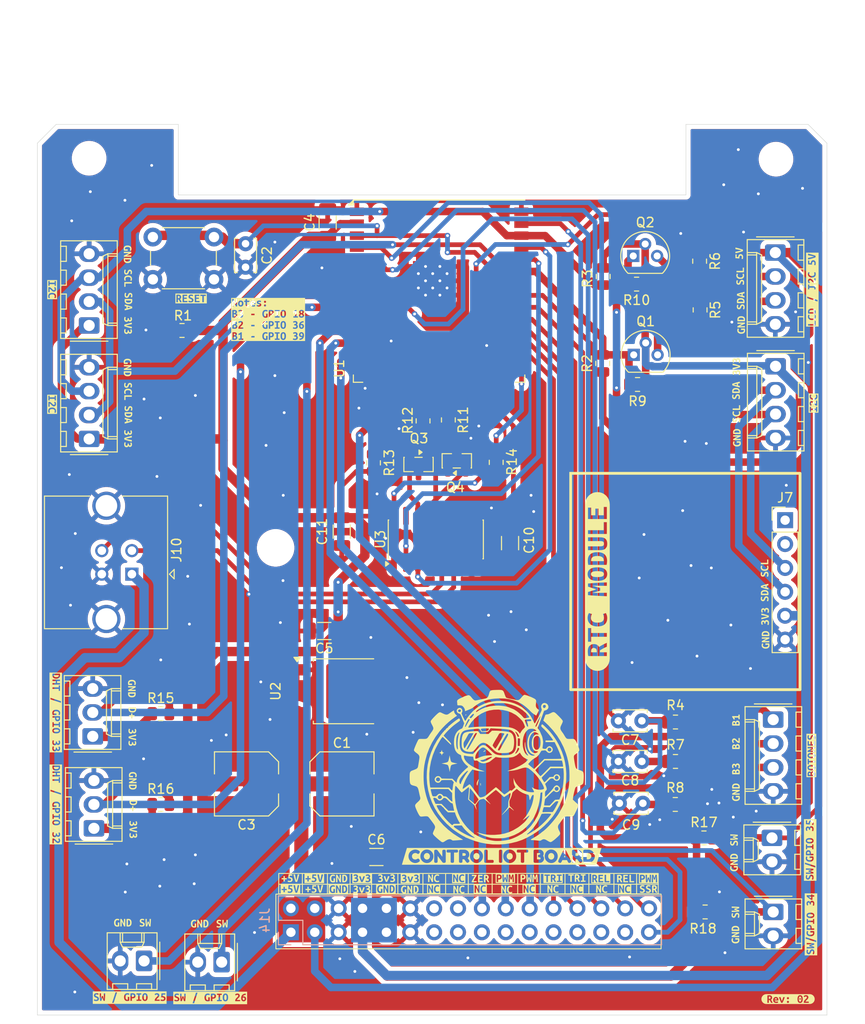
<source format=kicad_pcb>
(kicad_pcb (version 20241229) (generator "pcbnew") (generator_version "9.0")
  (title_block (title "Tarjeta de control - Incubadora") (date "2025-11-09") (rev "v1.0"))
  (layers (0 "F.Cu" signal) (2 "B.Cu" signal) (13 "F.Paste" user) (15 "B.Paste" user) (5 "F.SilkS" user "F.Silkscreen") (7 "B.SilkS" user "B.Silkscreen") (1 "F.Mask" user) (3 "B.Mask" user) (25 "Edge.Cuts" user))
  (net 0 "")
  (net 1 "+5V")
  (net 2 "GND")
  (net 3 "+3.3V")
  (net 4 "/BTN1")
  (net 5 "/BTN2")
  (net 6 "/BTN3")
  (net 7 "Net-(U3-V3)")
  (net 8 "/DTH1")
  (net 9 "/DTH2")
  (net 12 "/BY1")
  (net 13 "/USB_-")
  (net 14 "/USB_+")
  (net 15 "/BY2")
  (net 16 "/M_R")
  (net 17 "/M_L")
  (net 18 "/PWM_V1")
  (net 21 "/PWM_H1")
  (net 22 "/RY1")
  (net 23 "/AC_L1")
  (net 24 "/RY2")
  (net 27 "/SSR_MOTOR")
  (net 29 "/AC_L2")
  (net 30 "/PWM_V2")
  (net 31 "/ZC")
  (net 32 "/RESET_ESP")
  (net 33 "/RTS")
  (net 34 "Net-(Q3-B)")
  (net 35 "Net-(Q4-B)")
  (net 36 "/FLASH_ESP")
  (net 37 "/DTR")
  (net 40 "/DX_ESP")
  (net 43 "/TX_ESP")
  (net 59 "Net-(LCD1-Pin_3)")
  (net 60 "Net-(LCD1-Pin_2)")
  (net 65 "/SDA_ESP")
  (net 66 "/SCL_ESP")
  (footprint "MountingHole:MountingHole_3.2mm_M3" (layer "F.Cu") (at 109.8543 47.7792)
    (property "Reference" "REF**" (hide yes))
    (property "Value" "MountingHole_3.2mm_M3")
  )
  (footprint "Capacitor_SMD:C_1206_3216Metric" (layer "F.Cu") (at 136.7282 87.4776 -90)
    (property "Reference" "C11")
    (property "Value" "10uF")
  )
  (footprint "kibuzzard-69102329" (layer "F.Cu") (at 113.9463 57.9882 -90)
    (property "Reference" "kibuzzard-69102329" (hide yes))
    (property "Value" "G***" (hide yes))
  )
  (footprint "kibuzzard-693B8679" (layer "F.Cu") (at 106.3009 116.4844 -90)
    (property "Reference" "kibuzzard-693B8679" (hide yes))
    (property "Value" "G***" (hide yes))
  )
  (footprint "kibuzzard-69101E6F" (layer "F.Cu") (at 151.4875 124.3584)
    (property "Reference" "kibuzzard-69101E6F" (hide yes))
    (property "Value" "G***" (hide yes))
  )
  (footprint "Resistor_SMD:R_0805_2012Metric" (layer "F.Cu") (at 153.162 80.1135 90)
    (property "Reference" "R14")
    (property "Value" "10k")
  )
  (footprint "Capacitor_SMD:C_1206_3216Metric" (layer "F.Cu") (at 140.4149 122.0724)
    (property "Reference" "C6")
    (property "Value" "10uF")
  )
  (footprint "kibuzzard-6910240B" (layer "F.Cu") (at 178.6655 112.6998 90)
    (property "Reference" "kibuzzard-6910240B" (hide yes))
    (property "Value" "G***" (hide yes))
  )
  (footprint "kibuzzard-6910244E" (layer "F.Cu") (at 178.6147 127.9398 90)
    (property "Reference" "kibuzzard-6910244E" (hide yes))
    (property "Value" "G***" (hide yes))
  )
  (footprint "RF_Module:ESP32-WROOM-32" (layer "F.Cu") (at 147.0865 61.7186)
    (property "Reference" "U1")
    (property "Value" "ESP32-WROOM-32")
  )
  (footprint "Capacitor_SMD:C_1206_3216Metric" (layer "F.Cu") (at 134.8722 98.044 180)
    (property "Reference" "C5")
    (property "Value" "10uF")
  )
  (footprint "Resistor_SMD:R_0805_2012Metric" (layer "F.Cu") (at 148.0726 75.6027 90)
    (property "Reference" "R12")
    (property "Value" "10k")
  )
  (footprint "kibuzzard-6910205B" (layer "F.Cu") (at 131.2691 125.476)
    (property "Reference" "kibuzzard-6910205B" (hide yes))
    (property "Value" "G***" (hide yes))
  )
  (footprint "kibuzzard-69101D2A" (layer "F.Cu") (at 156.6691 125.476)
    (property "Reference" "kibuzzard-69101D2A" (hide yes))
    (property "Value" "G***" (hide yes))
  )
  (footprint "kibuzzard-69101DDA" (layer "F.Cu") (at 161.7491 124.3076)
    (property "Reference" "kibuzzard-69101DDA" (hide yes))
    (property "Value" "G***" (hide yes))
  )
  (footprint "kibuzzard-693B4B36" (layer "F.Cu") (at 184.210346 137.176964)
    (property "Reference" "kibuzzard-693B4B36" (hide yes))
    (property "Value" "G***" (hide yes))
  )
  (footprint "kibuzzard-69102317" (layer "F.Cu") (at 178.674146 72.4662 90)
    (property "Reference" "kibuzzard-69102317" (hide yes))
    (property "Value" "G***" (hide yes))
  )
  (footprint "Connector_Molex:Molex_KK-254_AE-6410-02A_1x02_P2.54mm_Vertical" (layer "F.Cu") (at 123.9539 133.2484 180)
    (property "Reference" "M_L1" (hide yes))
    (property "Value" "SW_L")
  )
  (footprint "Package_TO_SOT_SMD:TO-252-2" (layer "F.Cu") (at 137.0184 104.4508)
    (property "Reference" "U2")
    (property "Value" "LM1117DT-3.3")
  )
  (footprint "kibuzzard-69101A85" (layer "F.Cu") (at 186.7935 61.7474 90)
    (property "Reference" "kibuzzard-69101A85" (hide yes))
    (property "Value" "G***" (hide yes))
  )
  (footprint "Capacitor_THT:C_Disc_D3.4mm_W2.1mm_P2.50mm" (layer "F.Cu") (at 168.6579 107.5944 180)
    (property "Reference" "C7")
    (property "Value" "100nF")
  )
  (footprint "kibuzzard-69102329" (layer "F.Cu") (at 114.4035 104.1654 -90)
    (property "Reference" "kibuzzard-69102329" (hide yes))
    (property "Value" "G***" (hide yes))
  )
  (footprint "kibuzzard-691023B6" (layer "F.Cu") (at 181.7643 96.4946 90)
    (property "Reference" "kibuzzard-691023B6" (hide yes))
    (property "Value" "G***" (hide yes))
  )
  (footprint "kibuzzard-69102329" (layer "F.Cu") (at 179.2243 65.5066 90)
    (property "Reference" "kibuzzard-69102329" (hide yes))
    (property "Value" "G***" (hide yes))
  )
  (footprint "kibuzzard-69102329" (layer "F.Cu") (at 114.501867 113.9698 -90)
    (property "Reference" "kibuzzard-69102329" (hide yes))
    (property "Value" "G***" (hide yes))
  )
  (footprint "kibuzzard-691158DF" (layer "F.Cu") (at 120.7027 62.6872)
    (property "Reference" "kibuzzard-691158DF" (hide yes))
    (property "Value" "G***" (hide yes))
  )
  (footprint "kibuzzard-69101A26" (layer "F.Cu") (at 186.9205 73.8124 90)
    (property "Reference" "kibuzzard-69101A26" (hide yes))
    (property "Value" "G***" (hide yes))
  )
  (footprint "Connector_Molex:Molex_KK-254_AE-6410-04A_1x04_P2.54mm_Vertical" (layer "F.Cu") (at 109.8569 77.6224 90)
    (property "Reference" "S1_I2C1" (hide yes))
    (property "Value" "S1_I2C")
  )
  (footprint "Capacitor_THT:C_Disc_D3.4mm_W2.1mm_P2.50mm" (layer "F.Cu") (at 126.4939 59.3652 90)
    (property "Reference" "C2")
    (property "Value" "100nF")
  )
  (footprint "Capacitor_SMD:C_Elec_6.3x5.4" (layer "F.Cu") (at 136.753 114.3)
    (property "Reference" "C1")
    (property "Value" "10uF")
  )
  (footprint "kibuzzard-693AF164" (layer "F.Cu") (at 163.9293 92.78 90)
    (property "Reference" "kibuzzard-693AF164" (hide yes))
    (property "Value" "G***" (hide yes))
  )
  (footprint "Resistor_SMD:R_0805_2012Metric" (layer "F.Cu") (at 119.7356 66.0908 180)
    (property "Reference" "R1")
    (property "Value" "10k")
  )
  (footprint "kibuzzard-69101CCC" (layer "F.Cu") (at 154.2815 125.5268)
    (property "Reference" "kibuzzard-69101CCC" (hide yes))
    (property "Value" "G***" (hide yes))
  )
  (footprint "kibuzzard-6910230A" (layer "F.Cu") (at 179.1227 60.325 90)
    (property "Reference" "kibuzzard-6910230A" (hide yes))
    (property "Value" "G***" (hide yes))
  )
  (footprint "kibuzzard-69101CCC" (layer "F.Cu") (at 146.5091 124.333)
    (property "Reference" "kibuzzard-69101CCC" (hide yes))
    (property "Value" "G***" (hide yes))
  )
  (footprint "Capacitor_THT:C_Disc_D3.4mm_W2.1mm_P2.50mm" (layer "F.Cu") (at 168.6579 111.9124 180)
    (property "Reference" "C8")
    (property "Value" "100nF")
  )
  (footprint "kibuzzard-69101D2A" (layer "F.Cu") (at 166.8291 125.476)
    (property "Reference" "kibuzzard-69101D2A" (hide yes))
    (property "Value" "G***" (hide yes))
  )
  (footprint "kibuzzard-69101D2A" (layer "F.Cu") (at 146.5091 125.476)
    (property "Reference" "kibuzzard-69101D2A" (hide yes))
    (property "Value" "G***" (hide yes))
  )
  (footprint "Resistor_SMD:R_0805_2012Metric" (layer "F.Cu") (at 145.3802 75.7043 90)
    (property "Reference" "R11")
    (property "Value" "10k")
  )
  (footprint "Connector_Molex:Molex_KK-254_AE-6410-04A_1x04_P2.54mm_Vertical" (layer "F.Cu") (at 109.8569 65.5574 90)
    (property "Reference" "S3_I2C1" (hide yes))
    (property "Value" "S3_I2C")
  )
  (footprint "kibuzzard-691023C3" (layer "F.Cu") (at 113.9971 65.5574 -90)
    (property "Reference" "kibuzzard-691023C3" (hide yes))
    (property "Value" "G***" (hide yes))
  )
  (footprint "Resistor_SMD:R_0805_2012Metric" (layer "F.Cu") (at 175.2619 120.0404)
    (property "Reference" "R17")
    (property "Value" "10k")
  )
  (footprint "kibuzzard-69102317" (layer "F.Cu") (at 181.722146 93.9546 90)
    (property "Reference" "kibuzzard-69102317" (hide yes))
    (property "Value" "G***" (hide yes))
  )
  (footprint "kibuzzard-69102317" (layer "F.Cu") (at 114.039254 75.057 -90)
    (property "Reference" "kibuzzard-69102317" (hide yes))
    (property "Value" "G***" (hide yes))
  )
  (footprint "kibuzzard-69101A26" (layer "F.Cu") (at 105.9199 61.7474 -90)
    (property "Reference" "kibuzzard-69101A26" (hide yes))
    (property "Value" "G***" (hide yes))
  )
  (footprint "Resistor_SMD:R_0805_2012Metric" (layer "F.Cu") (at 164.5412 60.3523 -90)
    (property "Reference" "R3")
    (property "Value" "4.7K")
  )
  (footprint "Connector_PinHeader_2.54mm:PinHeader_1x06_P2.54mm_Vertical" (layer "F.Cu") (at 183.8979 86.2584)
    (property "Reference" "J7")
    (property "Value" "RTC-MODULE")
  )
  (footprint "kibuzzard-69101ED2" (layer "F.Cu") (at 136.387915 124.355463)
    (property "Reference" "kibuzzard-69101ED2" (hide yes))
    (property "Value" "G***" (hide yes))
  )
  (footprint "kibuzzard-69101E3D" (layer "F.Cu") (at 154.1291 124.333)
    (property "Reference" "kibuzzard-69101E3D" (hide yes))
    (property "Value" "G***" (hide yes))
  )
  (footprint "kibuzzard-69101CAE" (layer "F.Cu") (at 141.4291 125.476)
    (property "Reference" "kibuzzard-69101CAE" (hide yes))
    (property "Value" "G***" (hide yes))
  )
  (footprint "Capacitor_SMD:C_1206_3216Metric" (layer "F.Cu") (at 135.2315 54.6082 -90)
    (property "Reference" "C4")
    (property "Value" "10uF")
  )
  (footprint "kibuzzard-69102329" (layer "F.Cu") (at 121.6171 129.159)
    (property "Reference" "kibuzzard-69102329" (hide yes))
    (property "Value" "G***" (hide yes))
  )
  (footprint "kibuzzard-6933D404" (layer "F.Cu") (at 141.493652 124.320555)
    (property "Reference" "kibuzzard-6933D404" (hide yes))
    (property "Value" "G***" (hide yes))
  )
  (footprint "Connector_Molex:Molex_KK-254_AE-6410-04A_1x04_P2.54mm_Vertical" (layer "F.Cu") (at 182.6279 107.4674 -90)
    (property "Reference" "BOTONERA1" (hide yes))
    (property "Value" "BUTTONS")
  )
  (footprint "kibuzzard-693B895F" (layer "F.Cu") (at 122.7347 137.0584)
    (property "Reference" "kibuzzard-693B895F" (hide yes))
    (property "Value" "G***" (hide yes))
  )
  (footprint "kibuzzard-69102329" (layer "F.Cu") (at 181.8151 98.9838 90)
    (property "Reference" "kibuzzard-69102329" (hide yes))
    (property "Value" "G***" (hide yes))
  )
  (footprint "Resistor_SMD:R_0805_2012Metric" (layer "F.Cu") (at 140.1064 80.1643 90)
    (property "Reference" "R13")
    (property "Value" "10k")
  )
  (footprint "Connector_USB:USB_B_TE_5787834_Vertical" (layer "F.Cu") (at 114.4016 91.9988 -90)
    (property "Reference" "J10")
    (property "Value" "USB_B")
  )
  (footprint "MountingHole:MountingHole_3.2mm_M3" (layer "F.Cu") (at 182.9293 47.8792)
    (property "Reference" "REF**" (hide yes))
    (property "Value" "MountingHole_3.2mm_M3")
  )
  (footprint "kibuzzard-693B8945" (layer "F.Cu") (at 114.169439 137.024146)
    (property "Reference" "kibuzzard-693B8945" (hide yes))
    (property "Value" "G***" (hide yes))
  )
  (footprint "kibuzzard-69102329" (layer "F.Cu") (at 178.7671 77.4954 90)
    (property "Reference" "kibuzzard-69102329" (hide yes))
    (property "Value" "G***" (hide yes))
  )
  (footprint "kibuzzard-691023C3" (layer "F.Cu") (at 113.9971 77.597 -90)
    (property "Reference" "kibuzzard-691023C3" (hide yes))
    (property "Value" "G***" (hide yes))
  )
  (footprint "Connector_Molex:Molex_KK-254_AE-6410-02A_1x02_P2.54mm_Vertical" (layer "F.Cu") (at 182.6279 127.9144 -90)
    (property "Reference" "BOYA2" (hide yes))
    (property "Value" "Conn_01x02_Pin")
  )
  (footprint "Capacitor_THT:C_Disc_D3.4mm_W2.1mm_P2.50mm" (layer "F.Cu") (at 168.7649 116.3574 180)
    (property "Reference" "C9")
    (property "Value" "100nF")
  )
  (footprint "kibuzzard-69102CE6" (layer "F.Cu") (at 169.3691 125.476)
    (property "Reference" "kibuzzard-69102CE6" (hide yes))
    (property "Value" "G***" (hide yes))
  )
  (footprint "kibuzzard-69102329" (layer "F.Cu") (at 178.6147 130.3274 90)
    (property "Reference" "kibuzzard-69102329" (hide yes))
    (property "Value" "G***" (hide yes))
  )
  (footprint "kibuzzard-69101E1F" (layer "F.Cu") (at 156.6691 124.333)
    (property "Reference" "kibuzzard-69101E1F" (hide yes))
    (property "Value" "G***" (hide yes))
  )
  (footprint "Resistor_SMD:R_0805_2012Metric" (layer "F.Cu") (at 174.8028 58.7229 -90)
    (property "Reference" "R6")
    (property "Value" "10k")
  )
  (footprint "Connector_Molex:Molex_KK-254_AE-6410-02A_1x02_P2.54mm_Vertical" (layer "F.Cu") (at 115.6989 133.1214 180)
    (property "Reference" "M_R1" (hide yes))
    (property "Value" "SW_R")
  )
  (footprint "kibuzzard-69102329" (layer "F.Cu") (at 178.4623 122.6566 90)
    (property "Reference" "kibuzzard-69102329" (hide yes))
    (property "Value" "G***" (hide yes))
  )
  (footprint "Connector_Molex:Molex_KK-254_AE-6410-04A_1x04_P2.54mm_Vertical" (layer "F.Cu") (at 182.88 69.9008 -90)
    (property "Reference" "S2_I2C1" (hide yes))
    (property "Value" "S2_I2C")
  )
  (footprint "LOGO" (layer "F.Cu") (at 153.231678 112.220529)
    (property "Reference" "G***" (hide yes))
    (property "Value" "LOGO" (hide yes))
  )
  (footprint "kibuzzard-69101CAE" (layer "F.Cu") (at 136.377207 125.489503)
    (property "Reference" "kibuzzard-69101CAE" (hide yes))
    (property "Value" "G***" (hide yes))
  )
  (footprint "kibuzzard-69101EFC" (layer "F.Cu") (at 131.2691 124.333)
    (property "Reference" "kibuzzard-69101EFC" (hide yes))
    (property "Value" "G***" (hide yes))
  )
  (footprint "kibuzzard-693B8827" (layer "F.Cu") (at 128.897237 64.918454)
    (property "Reference" "kibuzzard-693B8827" (hide yes))
    (property "Value" "G***" (hide yes))
  )
  (footprint "kibuzzard-69101D2A" (layer "F.Cu") (at 149.1761 124.333)
    (property "Reference" "kibuzzard-69101D2A" (hide yes))
    (property "Value" "G***" (hide yes))
  )
  (footprint "kibuzzard-6933D404" (layer "F.Cu") (at 138.861904 125.506602)
    (property "Reference" "kibuzzard-6933D404" (hide yes))
    (property "Value" "G***" (hide yes))
  )
  (footprint "kibuzzard-691024D2" (layer "F.Cu") (at 114.5559 116.6114 -90)
    (property "Reference" "kibuzzard-691024D2" (hide yes))
    (property "Value" "G***" (hide yes))
  )
  (footprint "Resistor_SMD:R_0805_2012Metric" (layer "F.Cu") (at 172.2339 107.7214 180)
    (property "Reference" "R4")
    (property "Value" "10k")
  )
  (footprint "kibuzzard-6933D46E" (layer "F.Cu") (at 138.8761 124.333)
    (property "Reference" "kibuzzard-6933D46E" (hide yes))
    (property "Value" "G***" (hide yes))
  )
  (footprint "kibuzzard-69101D2A" (layer "F.Cu") (at 161.7491 125.476)
    (property "Reference" "kibuzzard-69101D2A" (hide yes))
    (property "Value" "G***" (hide yes))
  )
  (footprint "kibuzzard-6910244E" (layer "F.Cu") (at 115.8259 129.0574)
    (property "Reference" "kibuzzard-6910244E" (hide yes))
    (property "Value" "G***" (hide yes))
  )
  (footprint "kibuzzard-69101CCC" (layer "F.Cu") (at 159.2091 125.476)
    (property "Reference" "kibuzzard-69101CCC" (hide yes))
    (property "Value" "G***" (hide yes))
  )
  (footprint "kibuzzard-693B88B3" (layer "F.Cu") (at 186.647192 129.234779 90)
    (property "Reference" "kibuzzard-693B88B3" (hide yes))
    (property "Value" "G***" (hide yes))
  )
  (footprint "Package_SO:SOIC-16_3.9x9.9mm_P1.27mm" (layer "F.Cu") (at 146.7358 88.3046 90)
    (property "Reference" "U3")
    (property "Value" "CH340C")
  )
  (footprint "MountingHole:MountingHole_3.5mm" (layer "F.Cu") (at 129.6943 89.2048)
    (property "Reference" "REF**" (hide yes))
    (property "Value" "MountingHole_3.5mm")
  )
  (footprint "kibuzzard-6910230A" (layer "F.Cu") (at 178.7163 74.9554 90)
    (property "Reference" "kibuzzard-6910230A" (hide yes))
    (property "Value" "G***" (hide yes))
  )
  (footprint "Capacitor_SMD:C_1206_3216Metric" (layer "F.Cu") (at 154.6352 88.6986 -90)
    (property "Reference" "C10")
    (property "Value" "10uF")
  )
  (footprint "kibuzzard-69101CCC" (layer "F.Cu") (at 164.3907 125.476)
    (property "Reference" "kibuzzard-69101CCC" (hide yes))
    (property "Value" "G***" (hide yes))
  )
  (footprint "Package_TO_SOT_SMD:SOT-23" (layer "F.Cu") (at 148.9699 79.9503 90)
    (property "Reference" "Q4")
    (property "Value" "MMBT3904")
  )
  (footprint "kibuzzard-6910244E" (layer "F.Cu") (at 124.0047 129.159)
    (property "Reference" "kibuzzard-6910244E" (hide yes))
    (property "Value" "G***" (hide yes))
  )
  (footprint "kibuzzard-691023C3" (layer "F.Cu") (at 114.4543 109.347 -90)
    (property "Reference" "kibuzzard-691023C3" (hide yes))
    (property "Value" "G***" (hide yes))
  )
  (footprint "kibuzzard-691024D2" (layer "F.Cu") (at 114.4543 106.7562 -90)
    (property "Reference" "kibuzzard-691024D2" (hide yes))
    (property "Value" "G***" (hide yes))
  )
  (footprint "kibuzzard-693B88DB" (layer "F.Cu") (at 186.565466 121.322051 90)
    (property "Reference" "kibuzzard-693B88DB" (hide yes))
    (property "Value" "G***" (hide yes))
  )
  (footprint "kibuzzard-69102329" (layer "F.Cu") (at 178.6655 115.189 90)
    (property "Reference" "kibuzzard-69102329" (hide yes))
    (property "Value" "G***" (hide yes))
  )
  (footprint "kibuzzard-69101D2A" (layer "F.Cu") (at 151.4621 125.476)
    (property "Reference" "kibuzzard-69101D2A" (hide yes))
    (property "Value" "G***" (hide yes))
  )
  (footprint "kibuzzard-69101C50" (layer "F.Cu") (at 133.8091 124.333)
    (property "Reference" "kibuzzard-69101C50" (hide yes))
    (property "Value" "G***" (hide yes))
  )
  (footprint "Button_Switch_THT:SW_PUSH_6mm" (layer "F.Cu") (at 116.6368 56.1594)
    (property "Reference" "SW1" (hide yes))
    (property "Value" "RESET_BTN")
  )
  (footprint "kibuzzard-69102329" (layer "F.Cu") (at 113.9463 70.0278 -90)
    (property "Reference" "kibuzzard-69102329" (hide yes))
    (property "Value" "G***" (hide yes))
  )
  (footprint "kibuzzard-6910244E" (layer "F.Cu") (at 178.4623 120.269 90)
    (property "Reference" "kibuzzard-6910244E" (hide yes))
    (property "Value" "G***" (hide yes))
  )
  (footprint "Resistor_SMD:R_0805_2012Metric" (layer "F.Cu") (at 117.4769 116.4844)
    (property "Reference" "R16")
    (property "Value" "4.7K")
  )
  (footprint "Resistor_SMD:R_0805_2012Metric" (layer "F.Cu") (at 164.4904 69.5941 90)
    (property "Reference" "R2")
    (property "Value" "4.7k")
  )
  (footprint "kibuzzard-69101D36" (layer "F.Cu") (at 166.9307 124.3584)
    (property "Reference" "kibuzzard-69101D36" (hide yes))
    (property "Value" "G***" (hide yes))
  )
  (footprint "Connector_Molex:Molex_KK-254_AE-6410-02A_1x02_P2.54mm_Vertical" (layer "F.Cu") (at 182.5009 120.0404 -90)
    (property "Reference" "BOYA1" (hide yes))
    (property "Value" "Conn_01x02_Pin")
  )
  (footprint "kibuzzard-69101A26" (layer "F.Cu") (at 105.9199 73.9394 -90)
    (property "Reference" "kibuzzard-69101A26" (hide yes))
    (property "Value" "G***" (hide yes))
  )
  (footprint "kibuzzard-6910230A" (layer "F.Cu") (at 113.9971 72.5678 -90)
    (property "Reference" "kibuzzard-6910230A" (hide yes))
    (property "Value" "G***" (hide yes))
  )
  (footprint "Resistor_SMD:R_0805_2012Metric" (layer "F.Cu") (at 172.2139 116.4844 180)
    (property "Reference" "R8")
    (property "Value" "10k")
  )
  (footprint "kibuzzard-69101CCC" (layer "F.Cu") (at 149.2015 125.5268)
    (property "Reference" "kibuzzard-69101CCC" (hide yes))
    (property "Value" "G***" (hide yes))
  )
  (footprint "Resistor_SMD:R_0805_2012Metric" (layer "F.Cu") (at 168.0972 61.1632 180)
    (property "Reference" "R10")
    (property "Value" "10k")
  )
  (footprint "kibuzzard-691023C3" (layer "F.Cu") (at 178.7163 69.9262 90)
    (property "Reference" "kibuzzard-691023C3" (hide yes))
    (property "Value" "G***" (hide yes))
  )
  (footprint "Connector_Molex:Molex_KK-254_AE-6410-03A_1x03_P2.54mm_Vertical" (layer "F.Cu") (at 110.2379 109.2454 90)
    (property "Reference" "DHT1" (hide yes))
    (property "Value" "DTH1")
  )
  (footprint "kibuzzard-69101ED2" (layer "F.Cu") (at 143.9691 125.5268)
    (property "Reference" "kibuzzard-69101ED2" (hide yes))
    (property "Value" "G***" (hide yes))
  )
  (footprint "kibuzzard-69101EFC" (layer "F.Cu") (at 133.8091 125.476)
    (property "Reference" "kibuzzard-69101EFC" (hide yes))
    (property "Value" "G***" (hide yes))
  )
  (footprint "Package_TO_SOT_THT:TO-92" (layer "F.Cu") (at 167.7924 68.6816)
    (property "Reference" "Q1")
    (property "Value" "2N7000")
  )
  (footprint "kibuzzard-69101AC6" (layer "F.Cu") (at 186.6919 111.2774 90)
    (property "Reference" "kibuzzard-69101AC6" (hide yes))
    (property "Value" "G***" (hide yes))
  )
  (footprint "Resistor_SMD:R_0805_2012Metric" (layer "F.Cu") (at 175.3889 127.9144)
    (property "Reference" "R18")
    (property "Value" "10k")
  )
  (footprint "kibuzzard-69102420" (layer "F.Cu") (at 178.6655 107.5182 90)
    (property "Reference" "kibuzzard-69102420" (hide yes))
    (property "Value" "G***" (hide yes))
  )
  (footprint "kibuzzard-69102416" (layer "F.Cu") (at 178.6655 110.0074 90)
    (property "Reference" "kibuzzard-69102416" (hide yes))
    (property "Value" "G***" (hide yes))
  )
  (footprint "kibuzzard-693B8605" (layer "F.Cu") (at 106.3009 106.7054 -90)
    (property "Reference" "kibuzzard-693B8605" (hide yes))
    (property "Value" "G***" (hide yes))
  )
  (footprint "kibuzzard-6910230A" (layer "F.Cu") (at 113.9971 60.5282 -90)
    (property "Reference" "kibuzzard-6910230A" (hide yes))
    (property "Value" "G***" (hide yes))
  )
  (footprint "Resistor_SMD:R_0805_2012Metric" (layer "F.Cu") (at 172.2339 111.9124 180)
    (property "Reference" "R7")
    (property "Value" "10k")
  )
  (footprint "kibuzzard-69101D02" (layer "F.Cu") (at 169.3691 124.3584)
    (property "Reference" "kibuzzard-69101D02" (hide yes))
    (property "Value" "G***" (hide yes))
  )
  (footprint "kibuzzard-69101DF9" (layer "F.Cu") (at 159.2091 124.333)
    (property "Reference" "kibuzzard-69101DF9" (hide yes))
    (property "Value" "G***" (hide yes))
  )
  (footprint "kibuzzard-691022CA" (layer "F.Cu") (at 179.0211 57.8866 90)
    (property "Reference" "kibuzzard-691022CA" (hide yes))
    (property "Value" "G***" (hide yes))
  )
  (footprint "kibuzzard-69102317" (layer "F.Cu") (at 179.1735 62.9158 90)
    (property "Reference" "kibuzzard-69102317" (hide yes))
    (property "Value" "G***" (hide yes))
  )
  (footprint "Capacitor_SMD:C_Elec_6.3x5.4" (layer "F.Cu") (at 126.598 114.3 180)
    (property "Reference" "C3")
    (property "Value" "10uF")
  )
  (footprint "Package_TO_SOT_THT:TO-92" (layer "F.Cu") (at 167.7416 58.166)
    (property "Reference" "Q2")
    (property "Value" "2N7000")
  )
  (footprint "kibuzzard-693B8914" (layer "F.Cu") (at 153.741378 122.001329)
    (property "Reference" "kibuzzard-693B8914" (hide yes))
    (property "Value" "G***" (hide yes))
  )
  (footprint "Resistor_SMD:R_0805_2012Metric" (layer "F.Cu") (at 117.4769 106.8324)
    (property "Reference" "R15")
    (property "Value" "4.7K")
  )
  (footprint "kibuzzard-6933D476" (layer "F.Cu") (at 144.022194 124.357848)
    (property "Reference" "kibuzzard-6933D476" (hide yes))
    (property "Value" "G***" (hide yes))
  )
  (footprint "kibuzzard-691023C3" (layer "F.Cu") (at 114.552667 119.1514 -90)
    (property "Reference" "kibuzzard-691023C3" (hide yes))
    (property "Value" "G***" (hide yes))
  )
  (footprint "Resistor_SMD:R_0805_2012Metric" (layer "F.Cu") (at 168.1988 71.8312 180)
    (property "Reference" "R9")
    (property "Value" "10k")
  )
  (footprint "Resistor_SMD:R_0805_2012Metric" (layer "F.Cu") (at 174.8536 63.9045 90)
    (property "Reference" "R5")
    (property "Value" "10k")
  )
  (footprint "Package_TO_SOT_SMD:SOT-23" (layer "F.Cu") (at 144.8968 80.3379 -90)
    (property "Reference" "Q3")
    (property "Value" "MMBT3904")
  )
  (footprint "kibuzzard-6910230A" (layer "F.Cu") (at 181.7135 91.3638 90)
    (property "Reference" "kibuzzard-6910230A" (hide yes))
    (property "Value" "G***" (hide yes))
  )
  (footprint "Connector_Molex:Molex_KK-254_AE-6410-03A_1x03_P2.54mm_Vertical" (layer "F.Cu") (at 110.3649 119.0244 90)
    (property "Reference" "DHT2" (hide yes))
    (property "Value" "DTH1")
  )
  (footprint "kibuzzard-69102317" (layer "F.Cu") (at 114.039254 63.0174 -90)
    (property "Reference" "kibuzzard-69102317" (hide yes))
    (property "Value" "G***" (hide yes))
  )
  (footprint "Connector_Molex:Molex_KK-254_AE-6410-04A_1x04_P2.54mm_Vertical" (layer "F.Cu") (at 182.8565 57.8104 -90)
    (property "Reference" "LCD1" (hide yes))
    (property "Value" "LCD I2C")
  )
  (footprint "kibuzzard-69101D16" (layer "F.Cu") (at 164.2891 124.3584)
    (property "Reference" "kibuzzard-69101D16" (hide yes))
    (property "Value" "G***" (hide yes))
  )
  (footprint "kibuzzard-69102329" (layer "F.Cu") (at 113.4383 129.0574)
    (property "Reference" "kibuzzard-69102329" (hide yes))
    (property "Value" "G***" (hide yes))
  )
  (footprint "Connector_PinSocket_2.54mm:PinSocket_2x16_P2.54mm_Vertical" (layer "B.Cu") (at 131.3199 130.0734 -90)
    (property "Reference" "J14")
    (property "Value" "CONNECTOR MASTER")
  )
  (gr_rect (start 129.9899 126.4574) (end 134.874 131.0456) (stroke (width 0.2)) (fill yes) (layer "F.Cu") (net 1))
  (gr_rect (start 137.81675 126.5001) (end 142.49765 131.0559) (stroke (width 0.2)) (fill yes) (layer "B.Cu") (net 3))
  (gr_line (start 168.0991 123.8504) (end 168.0991 125.984) (stroke (width 0.1)) (layer "F.SilkS"))
  (gr_rect (start 161.0873 81.28) (end 185.4865 104.28) (stroke (width 0.3)) (fill no) (layer "F.SilkS"))
  (gr_rect (start 129.722778 126.020002) (end 170.705022 131.8334) (stroke (width 0.1)) (fill no) (layer "F.SilkS"))
  (gr_line (start 165.6861 123.8504) (end 165.6861 125.984) (stroke (width 0.1)) (layer "F.SilkS"))
  (gr_line (start 137.6191 123.8504) (end 137.6191 125.984) (stroke (width 0.1)) (layer "F.SilkS"))
  (gr_line (start 152.7321 123.8504) (end 152.7321 125.984) (stroke (width 0.1)) (layer "F.SilkS"))
  (gr_line (start 130.0499 124.968) (end 170.396348 124.968) (stroke (width 0.1)) (layer "F.SilkS"))
  (gr_line (start 155.4499 123.8758) (end 155.4499 126.0094) (stroke (width 0.1)) (layer "F.SilkS"))
  (gr_line (start 142.6991 123.8504) (end 142.6991 125.984) (stroke (width 0.1)) (layer "F.SilkS"))
  (gr_line (start 160.4791 123.8504) (end 160.4791 125.984) (stroke (width 0.1)) (layer "F.SilkS"))
  (gr_line (start 145.3661 123.8504) (end 145.3661 126.001148) (stroke (width 0.1)) (layer "F.SilkS"))
  (gr_line (start 147.7791 123.8504) (end 147.7791 125.984) (stroke (width 0.1)) (layer "F.SilkS"))
  (gr_rect (start 130.026503 123.820776) (end 170.396348 125.992101) (stroke (width 0.1)) (fill no) (layer "F.SilkS"))
  (gr_line (start 157.8629 123.8758) (end 157.8629 126.0094) (stroke (width 0.1)) (layer "F.SilkS"))
  (gr_line (start 132.5391 123.8504) (end 132.5391 125.984) (stroke (width 0.1)) (layer "F.SilkS"))
  (gr_line (start 135.2061 123.8504) (end 135.2061 125.984) (stroke (width 0.1)) (layer "F.SilkS"))
  (gr_line (start 139.9051 123.8504) (end 139.9051 125.984) (stroke (width 0.1)) (layer "F.SilkS"))
  (gr_line (start 163.0191 123.8504) (end 163.0191 125.984) (stroke (width 0.1)) (layer "F.SilkS"))
  (gr_line (start 150.1921 123.825) (end 150.1921 125.984) (stroke (width 0.1)) (layer "F.SilkS"))
  (gr_line (start 188.3469 138.8792) (end 188.3469 46.1792) (stroke (width 0.05)) (layer "Edge.Cuts"))
  (gr_line (start 119.3469 44.1792) (end 119.3469 51.6792) (stroke (width 0.05)) (layer "Edge.Cuts"))
  (gr_line (start 104.3469 138.8792) (end 104.3469 46.1792) (stroke (width 0.05)) (layer "Edge.Cuts"))
  (gr_line (start 119.3469 51.6792) (end 173.3469 51.6792) (stroke (width 0.05)) (layer "Edge.Cuts"))
  (gr_line (start 188.3543 138.8744) (end 104.3543 138.8744) (stroke (width 0.05)) (layer "Edge.Cuts"))
  (gr_line (start 106.3469 44.1792) (end 104.3469 46.1792) (stroke (width 0.05)) (layer "Edge.Cuts"))
  (gr_line (start 188.3469 46.1792) (end 186.3469 44.1792) (stroke (width 0.05)) (layer "Edge.Cuts"))
  (gr_line (start 173.3469 44.1792) (end 173.3469 51.6792) (stroke (width 0.05)) (layer "Edge.Cuts"))
  (gr_line (start 173.3469 44.1792) (end 186.3469 44.1792) (stroke (width 0.05)) (layer "Edge.Cuts"))
  (gr_line (start 106.3469 44.1792) (end 119.3469 44.1792) (stroke (width 0.05)) (layer "Edge.Cuts"))
  (segment (start 131.8768 114.3) (end 134.2155 114.3) (width 1.5) (layer "F.Cu") (net 1))
  (segment (start 186.4106 59.7916) (end 184.4294 57.8104) (width 1) (layer "F.Cu") (net 1))
  (segment (start 177.0888 67.7926) (end 184.9882 67.7926) (width 1) (layer "F.Cu") (net 1))
  (segment (start 186.4106 66.3702) (end 186.4106 59.7916) (width 1) (layer "F.Cu") (net 1))
  (segment (start 132.43195 117.59645) (end 132.43195 128.7515) (width 1.5) (layer "F.Cu") (net 1))
  (segment (start 184.4294 57.8104) (end 182.8565 57.8104) (width 1) (layer "F.Cu") (net 1))
  (segment (start 132.4356 114.3) (end 132.4356 117.5928) (width 1.5) (layer "F.Cu") (net 1))
  (segment (start 174.8536 65.5574) (end 177.0888 67.7926) (width 1) (layer "F.Cu") (net 1))
  (segment (start 131.8768 114.3) (end 131.9784 114.1984) (width 1.5) (layer "F.Cu") (net 1))
  (segment (start 132.4356 117.5928) (end 132.43195 117.59645) (width 1.5) (layer "F.Cu") (net 1))
  (segment (start 131.9784 114.1984) (end 131.9784 106.7308) (width 1.5) (layer "F.Cu") (net 1))
  (segment (start 184.9882 67.7926) (end 186.4106 66.3702) (width 1) (layer "F.Cu") (net 1))
  (segment (start 174.8028 57.8104) (end 182.8565 57.8104) (width 0.8) (layer "F.Cu") (net 1))
  (segment (start 174.8536 64.817) (end 174.8536 65.5574) (width 1) (layer "F.Cu") (net 1))
  (segment (start 129.1355 114.3) (end 131.8768 114.3) (width 1.5) (layer "F.Cu") (net 1))
  (segment (start 113.3878 137.8734) (end 106.6546 131.1402) (width 1) (layer "B.Cu") (net 1))
  (segment (start 131.3199 130.0734) (end 123.5199 137.8734) (width 1) (layer "B.Cu") (net 1))
  (segment (start 113.03 100.8888) (end 115.697 98.2218) (width 1) (layer "B.Cu") (net 1))
  (segment (start 123.5199 137.8734) (end 113.3878 137.8734) (width 1) (layer "B.Cu") (net 1))
  (segment (start 133.8599 134.2155) (end 133.8599 130.0734) (width 0.8) (layer "B.Cu") (net 1))
  (segment (start 187.4459 131.0447) (end 182.5498 135.9408) (width 0.8) (layer "B.Cu") (net 1))
  (segment (start 182.8565 57.8104) (end 187.4459 62.3998) (width 0.8) (layer "B.Cu") (net 1))
  (segment (start 187.4459 62.3998) (end 187.4459 131.0447) (width 0.8) (layer "B.Cu") (net 1))
  (segment (start 135.5852 135.9408) (end 133.8599 134.2155) (width 0.8) (layer "B.Cu") (net 1))
  (segment (start 109.3978 100.8888) (end 113.03 100.8888) (width 1) (layer "B.Cu") (net 1))
  (segment (start 115.697 93.2942) (end 114.4016 91.9988) (width 1) (layer "B.Cu") (net 1))
  (segment (start 106.6546 103.632) (end 109.3978 100.8888) (width 1) (layer "B.Cu") (net 1))
  (segment (start 106.6546 131.1402) (end 106.6546 103.632) (width 1) (layer "B.Cu") (net 1))
  (segment (start 115.697 98.2218) (end 115.697 93.2942) (width 1) (layer "B.Cu") (net 1))
  (segment (start 182.5498 135.9408) (end 135.5852 135.9408) (width 0.8) (layer "B.Cu") (net 1))
  (via (at 151.3078 76.2508) (size 0.6) (drill 0.3) (layers "F.Cu" "B.Cu") (net 2))
  (via (at 121.031 124.9172) (size 0.6) (drill 0.3) (layers "F.Cu" "B.Cu") (net 2))
  (via (at 168.3766 92.4052) (size 0.6) (drill 0.3) (layers "F.Cu" "B.Cu") (net 2))
  (via (at 150.15 132.8) (size 0.6) (drill 0.3) (layers "F.Cu" "B.Cu") (net 2))
  (via (at 152.3492 96.3676) (size 0.6) (drill 0.3) (layers "F.Cu" "B.Cu") (net 2))
  (via (at 107.7468 81.407) (size 0.6) (drill 0.3) (layers "F.Cu" "B.Cu") (net 2))
  (via (at 138.557 74.3458) (size 0.6) (drill 0.3) (layers "F.Cu" "B.Cu") (net 2))
  (via (at 130.6068 74.8284) (size 0.6) (drill 0.3) (layers "F.Cu" "B.Cu") (net 2))
  (via (at 184.023 82.55) (size 0.6) (drill 0.3) (layers "F.Cu" "B.Cu") (net 2))
  (via (at 130.5052 83.6168) (size 0.6) (drill 0.3) (layers "F.Cu" "B.Cu") (net 2))
  (via (at 174.5234 100.711) (size 0.6) (drill 0.3) (layers "F.Cu" "B.Cu") (net 2))
  (via (at 169.4942 118.618) (size 0.6) (drill 0.3) (layers "F.Cu" "B.Cu") (net 2))
  (via (at 113.665 52.2478) (size 0.6) (drill 0.3) (layers "F.Cu" "B.Cu") (net 2))
  (via (at 129.6162 56.6928) (size 0.6) (drill 0.3) (layers "F.Cu" "B.Cu") (net 2))
  (via (at 156.8704 83.6168) (size 0.6) (drill 0.3) (layers "F.Cu" "B.Cu") (net 2))
  (via (at 173.8884 91.0844) (size 0.6) (drill 0.3) (layers "F.Cu" "B.Cu") (net 2))
  (via (at 107.8738 95.3008) (size 0.6) (drill 0.3) (layers "F.Cu" "B.Cu") (net 2))
  (via (at 168.8846 87.7824) (size 0.6) (drill 0.3) (layers "F.Cu" "B.Cu") (net 2))
  (via (at 152.146 67.691) (size 0.6) (drill 0.3) (layers "F.Cu" "B.Cu") (net 2))
  (via (at 134.62 59.436) (size 0.6) (drill 0.3) (layers "F.Cu" "B.Cu") (net 2))
  (via (at 154.7368 95.9866) (size 0.6) (drill 0.3) (layers "F.Cu" "B.Cu") (net 2))
  (via (at 144.3228 108.8136) (size 0.6) (drill 0.3) (layers "F.Cu" "B.Cu") (net 2))
  (via (at 136.525 132.8928) (size 0.6) (drill 0.3) (layers "F.Cu" "B.Cu") (net 2))
  (via (at 178.1302 97.409) (size 0.6) (drill 0.3) (layers "F.Cu" "B.Cu") (net 2))
  (via (at 175.641 116.4082) (size 0.6) (drill 0.3) (layers "F.Cu" "B.Cu") (net 2))
  (via (at 171.4246 96.901) (size 0.6) (drill 0.3) (layers "F.Cu" "B.Cu") (net 2))
  (via (at 126.8586 94.1324) (size 0.6) (drill 0.3) (layers "F.Cu" "B.Cu") (net 2))
  (via (at 137.7442 118.8212) (size 0.6) (drill 0.3) (layers "F.Cu" "B.Cu") (net 2))
  (via (at 177.5 132.25) (size 0.6) (drill 0.3) (layers "F.Cu" "B.Cu") (net 2))
  (via (at 172.9994 85.2424) (size 0.6) (drill 0.3) (layers "F.Cu" "B.Cu") (net 2))
  (via (at 170.561 118.11) (size 0.6) (drill 0.3) (layers "F.Cu" "B.Cu") (net 2))
  (via (at 144.9324 105.664) (size 0.6) (drill 0.3) (layers "F.Cu" "B.Cu") (net 2))
  (via (at 138.1252 134.239) (size 0.6) (drill 0.3) (layers "F.Cu" "B.Cu") (net 2))
  (via (at 152.654 84.963) (size 0.6) (drill 0.3) (layers "F.Cu" "B.Cu") (net 2))
  (via (at 178.9176 46.863) (size 0.6) (drill 0.3) (layers "F.Cu" "B.Cu") (net 2))
  (via (at 139.3952 109.0168) (size 0.6) (drill 0.3) (layers "F.Cu" "B.Cu") (net 2))
  (via (at 120.523 97.3074) (size 0.6) (drill 0.3) (layers "F.Cu" "B.Cu") (net 2))
  (via (at 167.35 132.7) (size 0.6) (drill 0.3) (layers "F.Cu" "B.Cu") (net 2))
  (via (at 120.3452 92.2274) (size 0.6) (drill 0.3) (layers "F.Cu" "B.Cu") (net 2))
  (via (at 117.475 101.1174) (size 0.6) (drill 0.3) (layers "F.Cu" "B.Cu") (net 2))
  (via (at 170.9928 113.4364) (size 0.6) (drill 0.3) (layers "F.Cu" "B.Cu") (net 2))
  (via (at 128.1176 103.4542) (size 0.6) (drill 0.3) (layers "F.Cu" "B.Cu") (net 2))
  (via (at 169.5196 110.5916) (size 0.6) (drill 0.3) (layers "F.Cu" "B.Cu") (net 2))
  (via (at 142.8242 76.5302) (size 0.6) (drill 0.3) (layers "F.Cu" "B.Cu") (net 2))
  (via (at 172.7962 55.7784) (size 0.6) (drill 0.3) (layers "F.Cu" "B.Cu") (net 2))
  (via (at 179.4764 55.626) (size 0.6) (drill 0.3) (layers "F.Cu" "B.Cu") (net 2))
  (via (at 128.6764 78.3082) (size 0.6) (drill 0.3) (layers "F.Cu" "B.Cu") (net 2))
  (via (at 156.3624 97.917) (size 0.6) (drill 0.3) (layers "F.Cu" "B.Cu") (net 2))
  (via (at 115.9002 66.04) (size 0.6) (drill 0.3) (layers "F.Cu" "B.Cu") (net 2))
  (via (at 180.8226 117.1956) (size 0.6) (drill 0.3) (layers "F.Cu" "B.Cu") (net 2))
  (via (at 178.3842 117.8306) (size 0.6) (drill 0.3) (layers "F.Cu" "B.Cu") (net 2))
  (via (at 145.1356 119.4054) (size 0.6) (drill 0.3) (layers "F.Cu" "B.Cu") (net 2))
  (via (at 185.7502 50.9778) (size 0.6) (drill 0.3) (layers "F.Cu" "B.Cu") (net 2))
  (via (at 129.1 107.45) (size 0.6) (drill 0.3) (layers "F.Cu" "B.Cu") (net 2))
  (via (at 130.2 97.15) (size 0.6) (drill 0.3) (layers "F.Cu" "B.Cu") (net 2))
  (via (at 157.1498 85.344) (size 0.6) (drill 0.3) (layers "F.Cu" "B.Cu") (net 2))
  (via (at 186.3598 69.4944) (size 0.6) (drill 0.3) (layers "F.Cu" "B.Cu") (net 2))
  (via (at 113.7 125.8) (size 0.6) (drill 0.3) (layers "F.Cu" "B.Cu") (net 2))
  (via (at 176.0982 114.8842) (size 0.6) (drill 0.3) (layers "F.Cu" "B.Cu") (net 2))
  (via (at 113.8682 122.809) (size 0.6) (drill 0.3) (layers "F.Cu" "B.Cu") (net 2))
  (via (at 152.9842 99.1616) (size 0.6) (drill 0.3) (layers "F.Cu" "B.Cu") (net 2))
  (via (at 141.4018 88.1888) (size 0.6) (drill 0.3) (layers "F.Cu" "B.Cu") (net 2))
  (via (at 139.827 98.7298) (size 0.6) (drill 0.3) (layers "F.Cu" "B.Cu") (net 2))
  (via (at 176.911 125.7808) (size 0.6) (drill 0.3) (layers "F.Cu" "B.Cu") (net 2))
  (via (at 173.2534 77.8764) (size 0.6) (drill 0.3) (layers "F.Cu" "B.Cu") (net 2))
  (via (at 121.158 72.9996) (size 0.6) (drill 0.3) (layers "F.Cu" "B.Cu") (net 2))
  (via (at 185.0136 64.1096) (size 0.6) (drill 0.3) (layers "F.Cu" "B.Cu") (net 2))
  (via (at 117.3734 125.1712) (size 0.6) (drill 0.3) (layers "F.Cu" "B.Cu") (net 2))
  (via (at 108.331 136.4234) (size 0.6) (drill 0.3) (layers "F.Cu" "B.Cu") (net 2))
  (via (at 178.2318 65.2018) (size 0.6) (drill 0.3) (layers "F.Cu" "B.Cu") (net 2))
  (via (at 141.986 67.2084) (size 0.6) (drill 0.3) (layers "F.Cu" "B.Cu") (net 2))
  (via (at 175.514 78.105) (size 0.6) (drill 0.3) (layers "F.Cu" "B.Cu") (net 2))
  (via (at 176.0474 91.3384) (size 0.6) (drill 0.3) (layers "F.Cu" "B.Cu") (net 2))
  (via (at 165.5064 118.0592) (size 0.6) (drill 0.3) (layers "F.Cu" "B.Cu") (net 2))
  (via (at 117.8306 122.3518) (size 0.6) (drill 0.3) (layers "F.Cu" "B.Cu") (net 2))
  (via (at 143.6624 102.997) (size 0.6) (drill 0.3) (layers "F.Cu" "B.Cu") (net 2))
  (via (at 116.5098 48.5394) (size 0.6) (drill 0.3) (layers "F.Cu" "B.Cu") (net 2))
  (via (at 135.6868 122.7582) (size 0.6) (drill 0.3) (layers "F.Cu" "B.Cu") (net 2))
  (via (at 115.697 73.3806) (size 0.6) (drill 0.3) (layers "F.Cu" "B.Cu") (net 2))
  (via (at 108.0008 54.4322) (size 0.6) (drill 0.3) (layers "F.Cu" "B.Cu") (net 2))
  (via (at 127.45 130.1) (size 0.6) (drill 0.3) (layers "F.Cu" "B.Cu") (net 2))
  (via (at 117.4242 75.3872) (size 0.6) (drill 0.3) (layers "F.Cu" "B.Cu") (net 2))
  (via (at 177.3682 50.5968) (size 0.6) (drill 0.3) (layers "F.Cu" "B.Cu") (net 2))
  (via (at 130.4798 92.6846) (size 0.6) (drill 0.3) (layers "F.Cu" "B.Cu") (net 2))
  (via (at 124.4346 109.093) (size 0.6) (drill 0.3) (layers "F.Cu" "B.Cu") (net 2))
  (via (at 176.8602 116.332) (size 0.6) (drill 0.3) (layers "F.Cu" "B.Cu") (net 2))
  (via (at 106.9086 91.313) (size 0.6) (drill 0.3) (layers "F.Cu" "B.Cu") (net 2))
  (via (at 129.6162 70.8914) (size 0.6) (drill 0.3) (layers "F.Cu" "B.Cu") (net 2))
  (via (at 115.6462 111.633) (size 0.6) (drill 0.3) (layers "F.Cu" "B.Cu") (net 2))
  (via (at 147.447 105.8926) (size 0.6) (drill 0.3) (layers "F.Cu" "B.Cu") (net 2))
  (via (at 180.213 102.0318) (size 0.6) (drill 0.3) (layers "F.Cu" "B.Cu") (net 2))
  (via (at 121.158 121.8438) (size 0.6) (drill 0.3) (layers "F.Cu" "B.Cu") (net 2))
  (via (at 109.982 51.3334) (size 0.6) (drill 0.3) (layers "F.Cu" "B.Cu") (net 2))
  (via (at 167.6146 101.3968) (size 0.6) (drill 0.3) (layers "F.Cu" "B.Cu") (net 2))
  (via (at 150.4696 77.5462) (size 0.6) (drill 0.3) (layers "F.Cu" "B.Cu") (net 2))
  (via (at 181.0512 51.562) (size 0.6) (drill 0.3) (layers "F.Cu" "B.Cu") (net 2))
  (via (at 122.8598 109.6772) (size 0.6) (drill 0.3) (layers "F.Cu" "B.Cu") (net 2))
  (via (at 139.2174 72.2376) (size 0.6) (drill 0.3) (layers "F.Cu" "B.Cu") (net 2))
  (via (at 117.0686 81.6102) (size 0.6) (drill 0.3) (layers "F.Cu" "B.Cu") (net 2))
  (via (at 121.7168 84.6836) (size 0.6) (drill 0.3) (layers "F.Cu" "B.Cu") (net 2))
  (via (at 140.4874 83.4644) (size 0.6) (drill 0.3) (layers "F.Cu" "B.Cu") (net 2))
  (via (at 108.3818 87.6808) (size 0.6) (drill 0.3) (layers "F.Cu" "B.Cu") (net 2))
  (segment (start 171.323 114.7318) (end 165.3286 114.7318) (width 0.8) (layer "F.Cu") (net 3))
  (segment (start 136.7282 86.0026) (end 136.7028 85.9772) (width 0.5) (layer "F.Cu") (net 3))
  (segment (start 139.192 86.9696) (end 138.225 86.0026) (width 1) (layer "F.Cu") (net 3))
  (segment (start 172.1104 109.2708) (end 173.1464 108.2348) (width 0.8) (layer "F.Cu") (net 3))
  (segment (start 136.9012 85.8296) (end 136.7282 86.0026) (width 0.5) (layer "F.Cu") (net 3))
  (segment (start 136.8334 86.1078) (end 136.7282 86.0026) (width 1) (layer "F.Cu") (net 3))
  (segment (start 182.88 69.9008) (end 185.42 72.4408) (width 0.8) (layer "F.Cu") (net 3))
  (segment (start 106.9086 67.9958) (end 106.9086 75.9206) (width 0.8) (layer "F.Cu") (net 3))
  (segment (start 139.192 90.0176) (end 139.192 86.9696) (width 1) (layer "F.Cu") (net 3))
  (segment (start 138.9399 130.0734) (end 138.9399 132.1054) (width 1) (layer "F.Cu") (net 3))
  (segment (start 185.42 72.4408) (end 185.42 78.0796) (width 0.8) (layer "F.Cu") (net 3))
  (segment (start 133.2992 56.0832) (end 135.2315 56.0832) (width 1) (layer "F.Cu") (net 3))
  (segment (start 164.2364 110.4138) (end 165.3794 109.2708) (width 0.8) (layer "F.Cu") (net 3))
  (segment (start 136.7028 82.6516) (end 138.2776 81.0768) (width 0.5) (layer "F.Cu") (net 3))
  (segment (start 169.0624 71.7823) (end 169.0624 67.4116) (width 0.8) (layer "F.Cu") (net 3))
  (segment (start 136.3472 98.044) (end 136.3472 102.5196) (width 1) (layer "F.Cu") (net 3))
  (segment (start 138.9399 122.0724) (end 138.9399 121.4609) (width 1) (layer "F.Cu") (net 3))
  (segment (start 171.7548 134.7216) (end 174.4764 132) (width 1) (layer "F.Cu") (net 3))
  (segment (start 124.1044 66.0908) (end 124.1044 65.278) (width 1) (layer "F.Cu") (net 3))
  (segment (start 110.3649 119.0244) (end 118.8212 119.0244) (width 1) (layer "F.Cu") (net 3))
  (segment (start 123.7742 77.6224) (end 109.8569 77.6224) (width 1) (layer "F.Cu") (net 3))
  (segment (start 164.2364 115.7224) (end 164.2364 110.4138) (width 0.8) (layer "F.Cu") (net 3))
  (segment (start 152.146 81.026) (end 153.162 81.026) (width 0.5) (layer "F.Cu") (net 3))
  (segment (start 150.876 82.296) (end 152.146 81.026) (width 0.5) (layer "F.Cu") (net 3))
  (segment (start 142.2908 85.8296) (end 142.2908 83.4136) (width 0.5) (layer "F.Cu") (net 3))
  (segment (start 173.1464 112.9084) (end 171.323 114.7318) (width 0.8) (layer "F.Cu") (net 3))
  (segment (start 169.0097 67.3589) (end 169.0624 67.4116) (width 0.8) (layer "F.Cu") (net 3))
  (segment (start 174.4764 132) (end 174.4764 127.9144) (width 1) (layer "F.Cu") (net 3))
  (segment (start 120.3452 117.5004) (end 120.3452 111.2012) (width 1) (layer "F.Cu") (net 3))
  (segment (start 108.6104 77.6224) (end 109.8569 77.6224) (width 0.8) (layer "F.Cu") (net 3))
  (segment (start 114.1514 109.2454) (end 116.5644 106.8324) (width 0.8) (layer "F.Cu") (net 3))
  (segment (start 164.4904 75.3872) (end 164.4904 70.5066) (width 0.8) (layer "F.Cu") (net 3))
  (segment (start 169.1894 80.0862) (end 164.4904 75.3872) (width 0.8) (layer "F.Cu") (net 3))
  (segment (start 142.24 108.1532) (end 138.5376 104.4508) (width 1) (layer "F.Cu") (net 3))
  (segment (start 116.5644 118.792) (end 116.5644 116.4844) (width 0.8) (layer "F.Cu") (net 3))
  (segment (start 174.3494 117.7074) (end 173.1264 116.4844) (width 0.8) (layer "F.Cu") (net 3))
  (segment (start 164.2364 115.824) (end 164.2364 119.2784) (width 0.8) (layer "F.Cu") (net 3))
  (segment (start 136.3472 98.044) (end 136.3472 96.012) (width 1) (layer "F.Cu") (net 3))
  (segment (start 138.9399 122.0724) (end 138.9399 127.5334) (width 1) (layer "F.Cu") (net 3))
  (segment (start 173.1464 111.9124) (end 173.1464 112.9084) (width 0.8) (layer "F.Cu") (net 3))
  (segment (start 136.3472 92.8624) (end 139.192 90.0176) (width 1) (layer "F.Cu") (net 3))
  (segment (start 129.335 86.0026) (end 136.7282 86.0026) (width 1) (layer "F.Cu") (net 3))
  (segment (start 138.2776 81.0768) (end 140.1064 81.0768) (width 0.5) (layer "F.Cu") (net 3))
  (segment (start 165.8493 56.896) (end 169.0116 56.896) (width 0.8) (layer "F.Cu") (net 3))
  (segment (start 142.2908 85.8296) (end 136.9012 85.8296) (width 0.5) (layer "F.Cu") (net 3))
  (segment (start 106.9086 75.9206) (end 108.6104 77.6224) (width 0.8) (layer "F.Cu") (net 3))
  (segment (start 183.4134 80.0862) (end 169.1894 80.0862) (width 0.8) (layer "F.Cu") (net 3))
  (segment (start 174.4764 120.1674) (end 174.3494 120.0404) (width 0.8) (layer "F.Cu") (net 3))
  (segment (start 169.1113 71.8312) (end 169.0624 71.7823) (width 0.8) (layer "F.Cu") (net 3))
  (segment (start 123.444 100.2284) (end 120.3452 103.3272) (width 1) (layer "F.Cu") (net 3))
  (segment (start 165.3794 109.2708) (end 172.1104 109.2708) (width 0.8) (layer "F.Cu") (net 3))
  (segment (start 136.3472 98.044) (end 134.1628 100.2284) (width 1) (layer "F.Cu") (net 3))
  (segment (start 164.5412 58.2041) (end 165.8493 56.896) (width 0.8) (layer "F.Cu") (net 3))
  (segment (start 124.1044 77.8002) (end 124.1044 80.772) (width 1) (layer "F.Cu") (net 3))
  (segment (start 120.3452 103.3272) (end 120.3452 111.2012) (width 1) (layer "F.Cu") (net 3))
  (segment (start 138.3365 54.7386) (end 136.5761 54.7386) (width 0.8) (layer "F.Cu") (net 3))
  (segment (start 174.3494 120.0404) (end 174.3494 117.7074) (width 0.8) (layer "F.Cu") (net 3))
  (segment (start 164.5412 59.4398) (end 164.5412 58.2041) (width 0.8) (layer "F.Cu") (net 3))
  (segment (start 169.0097 61.1632) (end 169.0097 67.3589) (width 0.8) (layer "F.Cu") (net 3))
  (segment (start 120.3452 111.2012) (end 118.3894 109.2454) (width 1) (layer "F.Cu") (net 3))
  (segment (start 138.225 86.0026) (end 136.7282 86.0026) (width 1) (layer "F.Cu") (net 3))
  (segment (start 110.2379 109.2454) (end 114.1514 109.2454) (width 0.8) (layer "F.Cu") (net 3))
  (segment (start 138.5376 104.4508) (end 138.2784 104.4508) (width 1) (layer "F.Cu") (net 3))
  (segment (start 124.1044 66.0908) (end 124.1044 77.8002) (width 1) (layer "F.Cu") (net 3))
  (segment (start 141.5561 134.7216) (end 171.7548 134.7216) (width 1) (layer "F.Cu") (net 3))
  (segment (start 109.8569 65.5574) (end 109.347 65.5574) (width 0.8) (layer "F.Cu") (net 3))
  (segment (start 169.0116 56.896) (end 169.0116 61.1143) (width 0.8) (layer "F.Cu") (net 3))
  (segment (start 165.3286 114.7318) (end 164.2872 115.7732) (width 0.8) (layer "F.Cu") (net 3))
  (segment (start 138.9399 121.4609) (end 142.24 118.1608) (width 1) (layer "F.Cu") (net 3))
  (segment (start 120.6481 66.0908) (end 124.1044 66.0908) (width 1) (layer "F.Cu") (net 3))
  (segment (start 164.2364 119.2784) (end 164.9984 120.0404) (width 0.8) (layer "F.Cu") (net 3))
  (segment (start 118.8212 119.0244) (end 120.3452 117.5004) (width 1) (layer "F.Cu") (net 3))
  (segment (start 174.4764 127.9144) (end 174.4764 120.1674) (width 0.8) (layer "F.Cu") (net 3))
  (segment (start 138.9399 132.1054) (end 141.5561 134.7216) (width 1) (layer "F.Cu") (net 3))
  (segment (start 124.1044 80.772) (end 129.335 86.0026) (width 1) (layer "F.Cu") (net 3))
  (segment (start 134.1628 100.2284) (end 123.444 100.2284) (width 1) (layer "F.Cu") (net 3))
  (segment (start 136.7028 85.9772) (end 136.7028 82.6516) (width 0.5) (layer "F.Cu") (net 3))
  (segment (start 136.5761 54.7386) (end 135.2315 56.0832) (width 0.8) (layer "F.Cu") (net 3))
  (segment (start 136.3472 102.5196) (end 138.2784 104.4508) (width 1) (layer "F.Cu") (net 3))
  (segment (start 164.9984 120.0404) (end 174.3494 120.0404) (width 0.8) (layer "F.Cu") (net 3))
  (segment (start 142.24 118.1608) (end 142.24 108.1532) (width 1) (layer "F.Cu") (net 3))
  (segment (start 173.1464 108.2348) (end 173.1464 107.7214) (width 0.8) (layer "F.Cu") (net 3))
  (segment (start 109.347 65.5574) (end 106.9086 67.9958) (width 0.8) (layer "F.Cu") (net 3))
  (segment (start 118.3894 109.2454) (end 110.2379 109.2454) (width 1) (layer "F.Cu") (net 3))
  (segment (start 124.1044 65.278) (end 133.2992 56.0832) (width 1) (layer "F.Cu") (net 3))
  (segment (start 173.1264 111.9324) (end 173.1464 111.9124) (width 0.8) (layer "F.Cu") (net 3))
  (segment (start 185.42 78.0796) (end 183.4134 80.0862) (width 0.8) (layer "F.Cu") (net 3))
  (via (at 136.3472 96.012) (size 0.6) (drill 0.3) (layers "F.Cu" "B.Cu") (net 3))
  (via (at 150.876 82.296) (size 0.6) (drill 0.3) (layers "F.Cu" "B.Cu") (net 3))
  (via (at 142.2908 83.4136) (size 0.6) (drill 0.3) (layers "F.Cu" "B.Cu") (net 3))
  (via (at 136.3472 92.8624) (size 0.6) (drill 0.3) (layers "F.Cu" "B.Cu") (net 3))
  (segment (start 170.850582 69.9326) (end 169.814218 69.9326) (width 0.8) (layer "B.Cu") (net 3))
  (segment (start 143.4084 82.296) (end 142.2908 83.4136) (width 0.5) (layer "B.Cu") (net 3))
  (segment (start 186.1058 130.5306) (end 186.1058 96.4184) (width 1) (layer "B.Cu") (net 3))
  (segment (start 182.8292 69.85) (end 170.933182 69.85) (width 0.8) (layer "B.Cu") (net 3))
  (segment (start 138.9399 130.0734) (end 138.9399 132.1054) (width 1) (layer "B.Cu") (net 3))
  (segment (start 169.0624 69.6214) (end 169.0624 67.4116) (width 0.8) (layer "B.Cu") (net 3))
  (segment (start 136.3472 92.8624) (end 136.3472 96.012) (width 1) (layer "B.Cu") (net 3))
  (segment (start 169.731618 69.85) (end 169.291 69.85) (width 0.8) (layer "B.Cu") (net 3))
  (segment (start 169.814218 69.9326) (end 169.731618 69.85) (width 0.8) (layer "B.Cu") (net 3))
  (segment (start 170.933182 69.85) (end 170.850582 69.9326) (width 0.8) (layer "B.Cu") (net 3))
  (segment (start 150.876 82.296) (end 143.4084 82.296) (width 0.5) (layer "B.Cu") (net 3))
  (segment (start 183.8979 96.4184) (end 186.1058 96.4184) (width 1) (layer "B.Cu") (net 3))
  (segment (start 141.5053 134.6708) (end 181.9656 134.6708) (width 1) (layer "B.Cu") (net 3))
  (segment (start 138.9399 132.1054) (end 141.5053 134.6708) (width 1) (layer "B.Cu") (net 3))
  (segment (start 182.88 69.9008) (end 182.8292 69.85) (width 0.8) (layer "B.Cu") (net 3))
  (segment (start 186.1058 73.1266) (end 182.88 69.9008) (width 1) (layer "B.Cu") (net 3))
  (segment (start 181.9656 134.6708) (end 186.1058 130.5306) (width 1) (layer "B.Cu") (net 3))
  (segment (start 186.1058 96.4184) (end 186.1058 73.1266) (width 1) (layer "B.Cu") (net 3))
  (segment (start 169.291 69.85) (end 169.0624 69.6214) (width 0.8) (layer "B.Cu") (net 3))
  (segment (start 141.5034 59.6392) (end 140.4128 58.5486) (width 0.5) (layer "F.Cu") (net 4))
  (segment (start 171.1944 107.5944) (end 171.3214 107.7214) (width 0.8) (layer "F.Cu") (net 4))
  (segment (start 142.1384 59.6392) (end 141.5034 59.6392) (width 0.5) (layer "F.Cu") (net 4))
  (segment (start 171.3214 107.7214) (end 171.3214 107.623476) (width 0.8) (layer "F.Cu") (net 4))
  (segment (start 140.4128 58.5486) (end 138.3365 58.5486) (width 0.5) (layer "F.Cu") (net 4))
  (segment (start 168.6579 107.5944) (end 171.1944 107.5944) (width 0.8) (layer "F.Cu") (net 4))
  (segment (start 171.3214 107.623476) (end 172.620476 106.3244) (width 0.8) (layer "F.Cu") (net 4))
  (segment (start 172.620476 106.3244) (end 181.4849 106.3244) (width 0.8) (layer "F.Cu") (net 4))
  (segment (start 181.4849 106.3244) (end 182.6279 107.4674) (width 0.8) (layer "F.Cu") (net 4))
  (via (at 142.1384 59.6392) (size 0.6) (drill 0.3) (layers "F.Cu" "B.Cu") (net 4))
  (segment (start 165.0492 114.1476) (end 168.8846 114.1476) (width 0.5) (layer "B.Cu") (net 4))
  (segment (start 148.9456 53.3146) (end 162.433 53.3146) (width 0.5) (layer "B.Cu") (net 4))
  (segment (start 170.5864 107.5944) (end 168.6579 107.5944) (width 0.5) (layer "B.Cu") (net 4))
  (segment (start 170.5864 112.4458) (end 170.5864 107.5944) (width 0.5) (layer "B.Cu") (net 4))
  (segment (start 142.621 59.6392) (end 148.9456 53.3146) (width 0.5) (layer "B.Cu") (net 4))
  (segment (start 168.8846 114.1476) (end 170.5864 112.4458) (width 0.5) (layer "B.Cu") (net 4))
  (segment (start 163.6776 54.5592) (end 163.6776 112.776) (width 0.5) (layer "B.Cu") (net 4))
  (segment (start 163.6776 112.776) (end 165.0492 114.1476) (width 0.5) (layer "B.Cu") (net 4))
  (segment (start 142.1384 59.6392) (end 142.621 59.6392) (width 0.5) (layer "B.Cu") (net 4))
  (segment (start 162.433 53.3146) (end 163.6776 54.5592) (width 0.5) (layer "B.Cu") (net 4))
  (segment (start 171.3214 111.9124) (end 168.6579 111.9124) (width 0.8) (layer "F.Cu") (net 5))
  (segment (start 140.9208 57.2786) (end 138.3365 57.2786) (width 0.5) (layer "F.Cu") (net 5))
  (segment (start 182.6025 110.0328) (end 182.6279 110.0074) (width 0.8) (layer "F.Cu") (net 5))
  (segment (start 142.0368 58.3946) (end 140.9208 57.2786) (width 0.5) (layer "F.Cu") (net 5))
  (segment (start 171.3214 111.7362) (end 173.0248 110.0328) (width 0.8) (layer "F.Cu") (net 5))
  (segment (start 171.3214 111.9124) (end 171.3214 111.7362) (width 0.8) (layer "F.Cu") (net 5))
  (segment (start 173.0248 110.0328) (end 182.6025 110.0328) (width 0.8) (layer "F.Cu") (net 5))
  (via (at 142.0368 58.3946) (size 0.6) (drill 0.3) (layers "F.Cu" "B.Cu") (net 5))
  (segment (start 165.4302 109.8804) (end 167.894 109.8804) (width 0.5) (layer "B.Cu") (net 5))
  (segment (start 142.0368 58.3946) (end 142.1384 58.3946) (width 0.5) (layer "B.Cu") (net 5))
  (segment (start 142.1384 58.3946) (end 148.0312 52.5018) (width 0.5) (layer "B.Cu") (net 5))
  (segment (start 148.0312 52.5018) (end 163.0426 52.5018) (width 0.5) (layer "B.Cu") (net 5))
  (segment (start 164.3786 54.268836) (end 164.3786 108.8288) (width 0.5) (layer "B.Cu") (net 5))
  (segment (start 164.3126 54.202836) (end 164.3786 54.268836) (width 0.5) (layer "B.Cu") (net 5))
  (segment (start 164.3126 53.7718) (end 164.3126 54.202836) (width 0.5) (layer "B.Cu") (net 5))
  (segment (start 163.0426 52.5018) (end 164.3126 53.7718) (width 0.5) (layer "B.Cu") (net 5))
  (segment (start 164.3786 108.8288) (end 165.4302 109.8804) (width 0.5) (layer "B.Cu") (net 5))
  (segment (start 168.6579 110.6443) (end 168.6579 111.9124) (width 0.5) (layer "B.Cu") (net 5))
  (segment (start 167.894 109.8804) (end 168.6579 110.6443) (width 0.5) (layer "B.Cu") (net 5))
  (segment (start 168.8919 116.4844) (end 168.7649 116.3574) (width 0.8) (layer "F.Cu") (net 6))
  (segment (start 171.3014 116.4844) (end 168.8919 116.4844) (width 0.8) (layer "F.Cu") (net 6))
  (segment (start 157.5578 63.6286) (end 155.8365 63.6286) (width 0.5) (layer "F.Cu") (net 6))
  (segment (start 171.3014 116.4844) (end 171.3014 116.3028) (width 0.8) (layer "F.Cu") (net 6))
  (segment (start 162.3568 68.4276) (end 157.5578 63.6286) (width 0.5) (layer "F.Cu") (net 6))
  (segment (start 162.3568 118.2116) (end 162.3568 68.4276) (width 0.5) (layer "F.Cu") (net 6))
  (segment (start 175.0568 112.5474) (end 182.6279 112.5474) (width 0.8) (layer "F.Cu") (net 6))
  (segment (start 171.3014 116.3028) (end 175.0568 112.5474) (width 0.8) (layer "F.Cu") (net 6))
  (via (at 162.3568 118.2116) (size 0.6) (drill 0.3) (layers "F.Cu" "B.Cu") (net 6))
  (segment (start 162.3568 119.126) (end 162.7378 119.507) (width 0.5) (layer "B.Cu") (net 6))
  (segment (start 165.6153 119.507) (end 168.7649 116.3574) (width 0.5) (layer "B.Cu") (net 6))
  (segment (start 162.7378 119.507) (end 165.6153 119.507) (width 0.5) (layer "B.Cu") (net 6))
  (segment (start 162.3568 118.2116) (end 162.3568 119.126) (width 0.5) (layer "B.Cu") (net 6))
  (segment (start 146.1008 90.7796) (end 146.1008 89.5604) (width 0.5) (layer "F.Cu") (net 7))
  (segment (start 146.7612 88.9) (end 153.3616 88.9) (width 0.5) (layer "F.Cu") (net 7))
  (segment (start 146.1008 89.5604) (end 146.7612 88.9) (width 0.5) (layer "F.Cu") (net 7))
  (segment (start 153.3616 88.9) (end 154.6352 90.1736) (width 0.5) (layer "F.Cu") (net 7))
  (segment (start 112.9792 104.8512) (end 117.5004 104.8512) (width 0.8) (layer "F.Cu") (net 8))
  (segment (start 118.3894 105.7402) (end 118.3894 106.8324) (width 0.8) (layer "F.Cu") (net 8))
  (segment (start 111.125 106.7054) (end 112.9792 104.8512) (width 0.8) (layer "F.Cu") (net 8))
  (segment (start 133.5643 63.6286) (end 138.3365 63.6286) (width 0.8) (layer "F.Cu") (net 8))
  (segment (start 117.5004 104.8512) (end 118.3894 105.7402) (width 0.8) (layer "F.Cu") (net 8))
  (segment (start 110.2379 106.7054) (end 111.125 106.7054) (width 0.8) (layer "F.Cu") (net 8))
  (via (at 133.5643 63.6286) (size 0.6) (drill 0.3) (layers "F.Cu" "B.Cu") (net 8))
  (segment (start 122.428 106.7054) (end 110.2379 106.7054) (width 0.8) (layer "B.Cu") (net 8))
  (segment (start 124.1806 68.3768) (end 124.1806 104.9528) (width 0.8) (layer "B.Cu") (net 8))
  (segment (start 124.1806 104.9528) (end 122.428 106.7054) (width 0.8) (layer "B.Cu") (net 8))
  (segment (start 128.9288 63.6286) (end 124.1806 68.3768) (width 0.8) (layer "B.Cu") (net 8))
  (segment (start 133.5643 63.6286) (end 128.9288 63.6286) (width 0.8) (layer "B.Cu") (net 8))
  (segment (start 116.7526 114.1476) (end 118.3894 115.7844) (width 0.8) (layer "F.Cu") (net 9))
  (segment (start 118.3894 115.7844) (end 118.3894 116.4844) (width 0.8) (layer "F.Cu") (net 9))
  (segment (start 125.9586 68.9864) (end 132.5864 62.3586) (width 0.8) (layer "F.Cu") (net 9))
  (segment (start 110.3649 116.4844) (end 111.4552 116.4844) (width 0.8) (layer "F.Cu") (net 9))
  (segment (start 132.5864 62.3586) (end 138.3365 62.3586) (width 0.8) (layer "F.Cu") (net 9))
  (segment (start 125.9586 70.485) (end 125.9586 68.9864) (width 0.8) (layer "F.Cu") (net 9))
  (segment (start 111.4552 116.4844) (end 113.792 114.1476) (width 0.8) (layer "F.Cu") (net 9))
  (segment (start 113.792 114.1476) (end 116.7526 114.1476) (width 0.8) (layer "F.Cu") (net 9))
  (via (at 125.9586 70.485) (size 0.6) (drill 0.3) (layers "F.Cu" "B.Cu") (net 9))
  (segment (start 123.1646 116.4844) (end 110.3649 116.4844) (width 0.8) (layer "B.Cu") (net 9))
  (segment (start 125.9586 113.6904) (end 123.1646 116.4844) (width 0.8) (layer "B.Cu") (net 9))
  (segment (start 125.9586 70.485) (end 125.9586 113.6904) (width 0.8) (layer "B.Cu") (net 9))
  (segment (start 187.5959 116.6453) (end 184.2008 120.0404) (width 0.5) (layer "F.Cu") (net 12))
  (segment (start 139.5865 61.0886) (end 145.3761 66.8782) (width 0.5) (layer "F.Cu") (net 12))
  (segment (start 176.1744 120.0404) (end 182.5009 120.0404) (width 0.8) (layer "F.Cu") (net 12))
  (segment (start 148.7424 66.8782) (end 151.0284 64.5922) (width 0.5) (layer "F.Cu") (net 12))
  (segment (start 163.9824 53.7718) (end 185.674 53.7718) (width 0.5) (layer "F.Cu") (net 12))
  (segment (start 160.782 56.9468) (end 160.8074 56.9468) (width 0.5) (layer "F.Cu") (net 12))
  (segment (start 151.0284 64.5922) (end 151.0284 59.0042) (width 0.5) (layer "F.Cu") (net 12))
  (segment (start 138.3365 61.0886) (end 139.5865 61.0886) (width 0.5) (layer "F.Cu") (net 12))
  (segment (start 160.8074 56.9468) (end 163.9824 53.7718) (width 0.5) (layer "F.Cu") (net 12))
  (segment (start 187.5959 55.6937) (end 187.5959 116.6453) (width 0.5) (layer "F.Cu") (net 12))
  (segment (start 184.2008 120.0404) (end 182.5009 120.0404) (width 0.5) (layer "F.Cu") (net 12))
  (segment (start 145.3761 66.8782) (end 148.7424 66.8782) (width 0.5) (layer "F.Cu") (net 12))
  (segment (start 185.674 53.7718) (end 187.5959 55.6937) (width 0.5) (layer "F.Cu") (net 12))
  (via (at 151.0284 59.0042) (size 0.6) (drill 0.3) (layers "F.Cu" "B.Cu") (net 12))
  (via (at 160.782 56.9468) (size 0.6) (drill 0.3) (layers "F.Cu" "B.Cu") (net 12))
  (segment (start 160.782 56.9468) (end 153.0858 56.9468) (width 0.5) (layer "B.Cu") (net 12))
  (segment (start 153.0858 56.9468) (end 151.0284 59.0042) (width 0.5) (layer "B.Cu") (net 12))
  (segment (start 120.532058 88.874169) (end 120.532058 89.2188) (width 0.5) (layer "F.Cu") (net 13))
  (segment (start 119.412058 89.4988) (end 118.103767 89.4988) (width 0.5) (layer "F.Cu") (net 13))
  (segment (start 147.0914 94.9452) (end 128.9558 94.9452) (width 0.5) (layer "F.Cu") (net 13))
  (segment (start 123.5094 89.4988) (end 121.512058 89.4988) (width 0.5) (layer "F.Cu") (net 13))
  (segment (start 119.832058 90.123446) (end 119.832058 89.7788) (width 0.5) (layer "F.Cu") (net 13))
  (segment (start 120.532058 89.2188) (end 120.532058 89.7788) (width 0.5) (layer "F.Cu") (net 13))
  (segment (start 148.6408 93.3958) (end 147.0914 94.9452) (width 0.5) (layer "F.Cu") (net 13))
  (segment (start 148.6408 90.7796) (end 148.6408 93.3958) (width 0.5) (layer "F.Cu") (net 13))
  (segment (start 118.103767 89.4988) (end 114.4016 89.4988) (width 0.5) (layer "F.Cu") (net 13))
  (segment (start 120.252058 90.403446) (end 120.112058 90.403446) (width 0.5) (layer "F.Cu") (net 13))
  (segment (start 120.952058 88.594169) (end 120.812058 88.594169) (width 0.5) (layer "F.Cu") (net 13))
  (segment (start 121.232058 89.2188) (end 121.232058 88.874169) (width 0.5) (layer "F.Cu") (net 13))
  (segment (start 120.532058 89.7788) (end 120.532058 90.123446) (width 0.5) (layer "F.Cu") (net 13))
  (segment (start 119.552058 89.4988) (end 119.412058 89.4988) (width 0.5) (layer "F.Cu") (net 13))
  (segment (start 128.9558 94.9452) (end 123.5094 89.4988) (width 0.5) (layer "F.Cu") (net 13))
  (arc (start 120.532058 90.123446) (mid 120.450048 90.321436) (end 120.252058 90.403446) (width 0.5) (layer "F.Cu") (net 13))
  (arc (start 120.812058 88.594169) (mid 120.614068 88.676179) (end 120.532058 88.874169) (width 0.5) (layer "F.Cu") (net 13))
  (arc (start 120.112058 90.403446) (mid 119.914068 90.321436) (end 119.832058 90.123446) (width 0.5) (layer "F.Cu") (net 13))
  (arc (start 121.512058 89.4988) (mid 121.314068 89.41679) (end 121.232058 89.2188) (width 0.5) (layer "F.Cu") (net 13))
  (arc (start 121.232058 88.874169) (mid 121.150048 88.676179) (end 120.952058 88.594169) (width 0.5) (layer "F.Cu") (net 13))
  (arc (start 119.832058 89.7788) (mid 119.750048 89.58081) (end 119.552058 89.4988) (width 0.5) (layer "F.Cu") (net 13))
  (segment (start 129.8194 94.107) (end 122.936 87.2236) (width 0.5) (layer "F.Cu") (net 14))
  (segment (start 146.2786 94.107) (end 129.8194 94.107) (width 0.5) (layer "F.Cu") (net 14))
  (segment (start 113.4768 87.2236) (end 111.2016 89.4988) (width 0.5) (layer "F.Cu") (net 14))
  (segment (start 147.3708 90.7796) (end 147.3708 93.0148) (width 0.5) (layer "F.Cu") (net 14))
  (segment (start 147.3708 93.0148) (end 146.2786 94.107) (width 0.5) (layer "F.Cu") (net 14))
  (segment (start 122.936 87.2236) (end 113.4768 87.2236) (width 0.5) (layer "F.Cu") (net 14))
  (segment (start 176.3014 127.9144) (end 182.6279 127.9144) (width 0.8) (layer "F.Cu") (net 15))
  (segment (start 144.4752 64.3382) (end 139.9556 59.8186) (width 0.5) (layer "F.Cu") (net 15))
  (segment (start 139.9556 59.8186) (end 138.3365 59.8186) (width 0.5) (layer "F.Cu") (net 15))
  (via (at 144.4752 64.3382) (size 0.6) (drill 0.3) (layers "F.Cu" "B.Cu") (net 15))
  (segment (start 162.3314 121.3866) (end 176.1001 121.3866) (width 0.5) (layer "B.Cu") (net 15))
  (segment (start 176.1001 121.3866) (end 182.6279 127.9144) (width 0.5) (layer "B.Cu") (net 15))
  (segment (start 148.082 65.405) (end 149.6314 63.8556) (width 0.5) (layer "B.Cu") (net 15))
  (segment (start 149.6314 57.3278) (end 152.7302 54.229) (width 0.5) (layer "B.Cu") (net 15))
  (segment (start 162.941 55.9308) (end 162.941 114.4778) (width 0.5) (layer "B.Cu") (net 15))
  (segment (start 149.6314 63.8556) (end 149.6314 57.3278) (width 0.5) (layer "B.Cu") (net 15))
  (segment (start 161.6058 120.661) (end 162.3314 121.3866) (width 0.5) (layer "B.Cu") (net 15))
  (segment (start 145.542 65.405) (end 148.082 65.405) (width 0.5) (layer "B.Cu") (net 15))
  (segment (start 144.4752 64.3382) (end 145.542 65.405) (width 0.5) (layer "B.Cu") (net 15))
  (segment (start 162.941 114.4778) (end 161.6058 115.813) (width 0.5) (layer "B.Cu") (net 15))
  (segment (start 161.6058 115.813) (end 161.6058 120.661) (width 0.5) (layer "B.Cu") (net 15))
  (segment (start 161.2392 54.229) (end 162.941 55.9308) (width 0.5) (layer "B.Cu") (net 15))
  (segment (start 152.7302 54.229) (end 161.2392 54.229) (width 0.5) (layer "B.Cu") (net 15))
  (segment (start 133.0198 72.5678) (end 133.0198 66.6242) (width 0.8) (layer "F.Cu") (net 16))
  (segment (start 133.0198 66.6242) (end 134.7454 64.8986) (width 0.8) (layer "F.Cu") (net 16))
  (segment (start 134.7454 64.8986) (end 138.3365 64.8986) (width 0.8) (layer "F.Cu") (net 16))
  (via (at 133.0198 72.5678) (size 0.6) (drill 0.3) (layers "F.Cu" "B.Cu") (net 16))
  (segment (start 133.0198 118.4656) (end 118.364 133.1214) (width 0.8) (layer "B.Cu") (net 16))
  (segment (start 118.364 133.1214) (end 115.6989 133.1214) (width 0.8) (layer "B.Cu") (net 16))
  (segment (start 133.0198 72.5678) (end 133.0198 118.4656) (width 0.8) (layer "B.Cu") (net 16))
  (segment (start 134.4041 67.3989) (end 135.6344 66.1686) (width 0.8) (layer "F.Cu") (net 17))
  (segment (start 134.4041 67.4243) (end 134.4041 67.3989) (width 0.8) (layer "F.Cu") (net 17))
  (segment (start 135.6344 66.1686) (end 138.3365 66.1686) (width 0.8) (layer "F.Cu") (net 17))
  (via (at 134.4041 67.4243) (size 0.6) (drill 0.3) (layers "F.Cu" "B.Cu") (net 17))
  (segment (start 123.952 133.2465) (end 123.9539 133.2484) (width 0.8) (layer "B.Cu") (net 17))
  (segment (start 134.4041 67.4243) (end 134.4041 119.4943) (width 0.8) (layer "B.Cu") (net 17))
  (segment (start 123.952 129.9464) (end 123.952 133.2465) (width 0.8) (layer "B.Cu") (net 17))
  (segment (start 134.4041 119.4943) (end 123.952 129.9464) (width 0.8) (layer "B.Cu") (net 17))
  (segment (start 142.6465 73.1773) (end 142.6465 71.2286) (width 0.8) (layer "F.Cu") (net 18))
  (segment (start 138.6332 77.2414) (end 138.6332 77.1906) (width 0.8) (layer "F.Cu") (net 18))
  (segment (start 138.6332 77.1906) (end 142.6465 73.1773) (width 0.8) (layer "F.Cu") (net 18))
  (via (at 138.6332 77.2414) (size 0.6) (drill 0.3) (layers "F.Cu" "B.Cu") (net 18))
  (segment (start 138.6332 77.2414) (end 138.6332 88.138) (width 0.8) (layer "B.Cu") (net 18))
  (segment (start 156.7688 106.2736) (end 156.7688 127.4845) (width 0.8) (layer "B.Cu") (net 18))
  (segment (start 156.7688 127.4845) (end 156.7199 127.5334) (width 0.8) (layer "B.Cu") (net 18))
  (segment (start 138.6332 88.138) (end 156.7688 106.2736) (width 0.8) (layer "B.Cu") (net 18))
  (segment (start 158.0912 62.3586) (end 163.195 67.4624) (width 0.5) (layer "F.Cu") (net 21))
  (segment (start 163.195 67.4624) (end 163.195 121.7676) (width 0.5) (layer "F.Cu") (net 21))
  (segment (start 155.8365 62.3586) (end 158.0912 62.3586) (width 0.5) (layer "F.Cu") (net 21))
  (segment (start 163.195 121.7676) (end 168.9608 127.5334) (width 0.5) (layer "F.Cu") (net 21))
  (segment (start 168.9608 127.5334) (end 169.4199 127.5334) (width 0.5) (layer "F.Cu") (net 21))
  (segment (start 161.544 122.1975) (end 166.8799 127.5334) (width 0.5) (layer "F.Cu") (net 22))
  (segment (start 156.9482 64.8986) (end 161.544 69.4944) (width 0.5) (layer "F.Cu") (net 22))
  (segment (start 155.8365 64.8986) (end 156.9482 64.8986) (width 0.5) (layer "F.Cu") (net 22))
  (segment (start 161.544 69.4944) (end 161.544 122.1975) (width 0.5) (layer "F.Cu") (net 22))
  (segment (start 166.8799 126.9511) (end 166.8799 127.5334) (width 0.5) (layer "B.Cu") (net 22))
  (segment (start 156.635275 68.7086) (end 159.258 71.331325) (width 0.5) (layer "F.Cu") (net 23))
  (segment (start 155.8365 68.7086) (end 156.635275 68.7086) (width 0.5) (layer "F.Cu") (net 23))
  (segment (start 159.258 71.331325) (end 159.258 127.5315) (width 0.5) (layer "F.Cu") (net 23))
  (segment (start 159.258 127.5315) (end 159.2599 127.5334) (width 0.5) (layer "F.Cu") (net 23))
  (segment (start 160.782 123.9755) (end 164.3399 127.5334) (width 0.5) (layer "F.Cu") (net 24))
  (segment (start 160.782 70.2821) (end 160.782 123.9755) (width 0.5) (layer "F.Cu") (net 24))
  (segment (start 155.8365 66.1686) (end 156.6685 66.1686) (width 0.5) (layer "F.Cu") (net 24))
  (segment (start 156.6685 66.1686) (end 160.782 70.2821) (width 0.5) (layer "F.Cu") (net 24))
  (segment (start 159.9962 54.7386) (end 155.8365 54.7386) (width 0.5) (layer "F.Cu") (net 27))
  (segment (start 160.8201 55.5625) (end 159.9962 54.7386) (width 0.5) (layer "F.Cu") (net 27))
  (segment (start 160.8201 55.5752) (end 160.8201 55.5625) (width 0.5) (layer "F.Cu") (net 27))
  (via (at 160.8201 55.5752) (size 0.6) (drill 0.3) (layers "F.Cu" "B.Cu") (net 27))
  (segment (start 160.7312 120.9802) (end 162.0774 122.3264) (width 0.5) (layer "B.Cu") (net 27))
  (segment (start 160.8201 55.5752) (end 162.1536 56.9087) (width 0.5) (layer "B.Cu") (net 27))
  (segment (start 162.1536 56.9087) (end 162.1536 113.792) (width 0.5) (layer "B.Cu") (net 27))
  (segment (start 172.72 128.7526) (end 171.3992 130.0734) (width 0.5) (layer "B.Cu") (net 27))
  (segment (start 160.7312 115.2144) (end 160.7312 120.9802) (width 0.5) (layer "B.Cu") (net 27))
  (segment (start 171.3992 130.0734) (end 169.4199 130.0734) (width 0.5) (layer "B.Cu") (net 27))
  (segment (start 162.0774 122.3264) (end 171.3484 122.3264) (width 0.5) (layer "B.Cu") (net 27))
  (segment (start 162.1536 113.792) (end 160.7312 115.2144) (width 0.5) (layer "B.Cu") (net 27))
  (segment (start 171.3484 122.3264) (end 172.72 123.698) (width 0.5) (layer "B.Cu") (net 27))
  (segment (start 172.72 123.698) (end 172.72 128.7526) (width 0.5) (layer "B.Cu") (net 27))
  (segment (start 156.6685 67.4386) (end 160.081 70.8511) (width 0.5) (layer "F.Cu") (net 29))
  (segment (start 160.0962 124.281064) (end 160.0962 125.8297) (width 0.5) (layer "F.Cu") (net 29))
  (segment (start 160.081 70.8511) (end 160.081 124.265864) (width 0.5) (layer "F.Cu") (net 29))
  (segment (start 160.081 124.265864) (end 160.0962 124.281064) (width 0.5) (layer "F.Cu") (net 29))
  (segment (start 160.0962 125.8297) (end 161.7999 127.5334) (width 0.5) (layer "F.Cu") (net 29))
  (segment (start 155.8365 67.4386) (end 156.6685 67.4386) (width 0.5) (layer "F.Cu") (net 29))
  (segment (start 137.3378 68.707) (end 138.3349 68.707) (width 0.8) (layer "F.Cu") (net 30))
  (segment (start 136.6266 71.1454) (end 136.6266 69.4182) (width 0.8) (layer "F.Cu") (net 30))
  (segment (start 138.3349 68.707) (end 138.3365 68.7086) (width 0.8) (layer "F.Cu") (net 30))
  (segment (start 136.6266 69.4182) (end 137.3378 68.707) (width 0.8) (layer "F.Cu") (net 30))
  (via (at 136.6266 71.1454) (size 0.6) (drill 0.3) (layers "F.Cu" "B.Cu") (net 30))
  (segment (start 154.1272 127.4807) (end 154.1799 127.5334) (width 0.8) (layer "B.Cu") (net 30))
  (segment (start 136.6266 88.9508) (end 154.1272 106.4514) (width 0.8) (layer "B.Cu") (net 30))
  (segment (start 154.1272 106.4514) (end 154.1272 127.4807) (width 0.8) (layer "B.Cu") (net 30))
  (segment (start 136.6266 71.1454) (end 136.6266 88.9508) (width 0.8) (layer "B.Cu") (net 30))
  (segment (start 136.0916 67.4386) (end 138.3365 67.4386) (width 0.8) (layer "F.Cu") (net 31))
  (segment (start 151.6634 127.5099) (end 151.6399 127.5334) (width 0.8) (layer "F.Cu") (net 31))
  (via (at 136.0916 67.4386) (size 0.6) (drill 0.3) (layers "F.Cu" "B.Cu") (net 31))
  (segment (start 135.509 68.0212) (end 135.509 89.7636) (width 0.8) (layer "B.Cu") (net 31))
  (segment (start 135.509 89.7636) (end 151.6888 105.9434) (width 0.8) (layer "B.Cu") (net 31))
  (segment (start 151.6888 105.9434) (end 151.6888 127.4845) (width 0.8) (layer "B.Cu") (net 31))
  (segment (start 136.0916 67.4386) (end 135.509 68.0212) (width 0.8) (layer "B.Cu") (net 31))
  (segment (start 151.6888 127.4845) (end 151.6399 127.5334) (width 0.8) (layer "B.Cu") (net 31))
  (segment (start 116.6368 56.1594) (end 116.8188 55.9774) (width 1) (layer "F.Cu") (net 32))
  (segment (start 144.4498 72.9742) (end 153.4414 72.9742) (width 0.5) (layer "F.Cu") (net 32))
  (segment (start 154.4574 71.9582) (end 154.4574 61.371125) (width 0.5) (layer "F.Cu") (net 32))
  (segment (start 120.65 55.9774) (end 122.9548 55.9774) (width 1) (layer "F.Cu") (net 32))
  (segment (start 147.9804 57.785) (end 147.955 57.7596) (width 0.5) (layer "F.Cu") (net 32))
  (segment (start 118.8212 64.1096) (end 120.65 62.2808) (width 0.8) (layer "F.Cu") (net 32))
  (segment (start 141.1463 78.2119) (end 140.1064 79.2518) (width 0.5) (layer "F.Cu") (net 32))
  (segment (start 147.9788 56.0086) (end 147.9804 56.007) (width 0.5) (layer "F.Cu") (net 32))
  (segment (start 140.1064 79.2518) (end 140.1064 77.3176) (width 0.5) (layer "F.Cu") (net 32))
  (segment (start 120.65 62.2808) (end 120.65 55.9774) (width 0.8) (layer "F.Cu") (net 32))
  (segment (start 144.8968 78.7588) (end 144.3499 78.2119) (width 0.5) (layer "F.Cu") (net 32))
  (segment (start 126.4939 56.8652) (end 124.7147 56.8652) (width 1) (layer "F.Cu") (net 32))
  (segment (start 150.871275 57.785) (end 147.9804 57.785) (width 0.5) (layer "F.Cu") (net 32))
  (segment (start 118.8212 65.3889) (end 118.8212 64.1096) (width 0.8) (layer "F.Cu") (net 32))
  (segment (start 153.4414 72.9742) (end 154.4574 71.9582) (width 0.5) (layer "F.Cu") (net 32))
  (segment (start 124.7147 56.8652) (end 124.0089 56.1594) (width 1) (layer "F.Cu") (net 32))
  (segment (start 140.4858 56.0086) (end 147.9788 56.0086) (width 0.5) (layer "F.Cu") (net 32))
  (segment (start 124.0089 56.1594) (end 123.1368 56.1594) (width 1) (layer "F.Cu") (net 32))
  (segment (start 140.4858 56.0086) (end 140.4874 56.007) (width 0.5) (layer "F.Cu") (net 32))
  (segment (start 138.3365 56.0086) (end 140.4858 56.0086) (width 0.5) (layer "F.Cu") (net 32))
  (segment (start 116.8188 55.9774) (end 120.65 55.9774) (width 1) (layer "F.Cu") (net 32))
  (segment (start 118.8231 66.0908) (end 118.8231 65.3908) (width 0.8) (layer "F.Cu") (net 32))
  (segment (start 144.8968 81.2754) (end 144.8968 78.7588) (width 0.5) (layer "F.Cu") (net 32))
  (segment (start 140.1064 77.3176) (end 144.4498 72.9742) (width 0.5) (layer "F.Cu") (net 32))
  (segment (start 122.9548 55.9774) (end 123.1368 56.1594) (width 1) (layer "F.Cu") (net 32))
  (segment (start 118.8231 65.3908) (end 118.8212 65.3889) (width 0.8) (layer "F.Cu") (net 32))
  (segment (start 154.4574 61.371125) (end 150.871275 57.785) (width 0.5) (layer "F.Cu") (net 32))
  (segment (start 144.3499 78.2119) (end 141.1463 78.2119) (width 0.5) (layer "F.Cu") (net 32))
  (segment (start 140.4874 56.007) (end 140.4874 54.9656) (width 0.5) (layer "F.Cu") (net 32))
  (via (at 140.4874 54.9656) (size 0.6) (drill 0.3) (layers "F.Cu" "B.Cu") (net 32))
  (via (at 147.9804 57.785) (size 0.6) (drill 0.3) (layers "F.Cu" "B.Cu") (net 32))
  (via (at 147.9804 56.007) (size 0.6) (drill 0.3) (layers "F.Cu" "B.Cu") (net 32))
  (segment (start 128.3935 54.9656) (end 126.4939 56.8652) (width 0.5) (layer "B.Cu") (net 32))
  (segment (start 147.9804 57.785) (end 147.9804 56.007) (width 0.5) (layer "B.Cu") (net 32))
  (segment (start 140.4874 54.9656) (end 128.3935 54.9656) (width 0.5) (layer "B.Cu") (net 32))
  (segment (start 148.0726 74.6902) (end 153.4302 74.6902) (width 0.5) (layer "F.Cu") (net 33))
  (segment (start 144.8308 87.122) (end 144.8308 85.8296) (width 0.5) (layer "F.Cu") (net 33))
  (segment (start 144.8308 84.5312) (end 144.8308 85.8296) (width 0.5) (layer "F.Cu") (net 33))
  (segment (start 143.9468 83.6472) (end 144.8308 84.5312) (width 0.5) (layer "F.Cu") (net 33))
  (segment (start 154.9908 84.6328) (end 151.9936 87.63) (width 0.5) (layer "F.Cu") (net 33))
  (segment (start 154.9908 76.2508) (end 154.9908 84.6328) (width 0.5) (layer "F.Cu") (net 33))
  (segment (start 145.3388 87.63) (end 144.8308 87.122) (width 0.5) (layer "F.Cu") (net 33))
  (segment (start 153.4302 74.6902) (end 154.9908 76.2508) (width 0.5) (layer "F.Cu") (net 33))
  (segment (start 151.9936 87.63) (end 145.3388 87.63) (width 0.5) (layer "F.Cu") (net 33))
  (segment (start 143.9468 79.4004) (end 143.9468 83.6472) (width 0.5) (layer "F.Cu") (net 33))
  (segment (start 145.8468 77.0834) (end 145.3802 76.6168) (width 0.5) (layer "F.Cu") (net 34))
  (segment (start 145.8468 79.4004) (end 145.8468 77.0834) (width 0.5) (layer "F.Cu") (net 34))
  (segment (start 148.0199 76.5679) (end 148.0726 76.5152) (width 0.5) (layer "F.Cu") (net 35))
  (segment (start 148.0199 80.8878) (end 148.0199 76.5679) (width 0.5) (layer "F.Cu") (net 35))
  (segment (start 155.8544 69.9965) (end 155.8365 69.9786) (width 0.5) (layer "F.Cu") (net 36))
  (segment (start 149.1581 79.201) (end 148.9699 79.0128) (width 0.5) (layer "F.Cu") (net 36))
  (segment (start 155.8544 71.7804) (end 155.8544 69.9965) (width 0.5) (layer "F.Cu") (net 36))
  (segment (start 153.162 79.201) (end 153.162 77.2668) (width 0.5) (layer "F.Cu") (net 36))
  (segment (start 153.162 79.201) (end 149.1581 79.201) (width 0.5) (layer "F.Cu") (net 36))
  (via (at 153.162 77.2668) (size 0.6) (drill 0.3) (layers "F.Cu" "B.Cu") (net 36))
  (via (at 155.8544 71.7804) (size 0.6) (drill 0.3) (layers "F.Cu" "B.Cu") (net 36))
  (segment (start 155.8544 74.5744) (end 155.8544 71.7804) (width 0.5) (layer "B.Cu") (net 36))
  (segment (start 153.162 77.2668) (end 155.8544 74.5744) (width 0.5) (layer "B.Cu") (net 36))
  (segment (start 149.9199 80.8878) (end 146.72205 84.08565) (width 0.5) (layer "F.Cu") (net 37))
  (segment (start 146.72205 75.44965) (end 146.72205 84.08565) (width 0.5) (layer "F.Cu") (net 37))
  (segment (start 146.1008 84.7069) (end 146.1008 85.8296) (width 0.5) (layer "F.Cu") (net 37))
  (segment (start 146.0642 74.7918) (end 146.72205 75.44965) (width 0.5) (layer "F.Cu") (net 37))
  (segment (start 145.3802 74.7918) (end 146.0642 74.7918) (width 0.5) (layer "F.Cu") (net 37))
  (segment (start 146.72205 84.08565) (end 146.1008 84.7069) (width 0.5) (layer "F.Cu") (net 37))
  (segment (start 157.675457 58.951321) (end 157.272736 58.5486) (width 0.5) (layer "F.Cu") (net 40))
  (segment (start 157.272736 58.5486) (end 155.8365 58.5486) (width 0.5) (layer "F.Cu") (net 40))
  (segment (start 143.5608 89.0016) (end 143.5608 90.7796) (width 0.5) (layer "F.Cu") (net 40))
  (segment (start 157.675457 58.966247) (end 157.675457 58.951321) (width 0.5) (layer "F.Cu") (net 40))
  (via (at 143.5608 89.0016) (size 0.6) (drill 0.3) (layers "F.Cu" "B.Cu") (net 40))
  (via (at 157.675457 58.966247) (size 0.6) (drill 0.3) (layers "F.Cu" "B.Cu") (net 40))
  (segment (start 157.675457 58.997553) (end 157.6594 59.01361) (width 0.5) (layer "B.Cu") (net 40))
  (segment (start 143.5608 85.217) (end 143.5608 89.0016) (width 0.5) (layer "B.Cu") (net 40))
  (segment (start 153.6954 83.439) (end 145.3388 83.439) (width 0.5) (layer "B.Cu") (net 40))
  (segment (start 157.6594 79.475) (end 153.6954 83.439) (width 0.5) (layer "B.Cu") (net 40))
  (segment (start 157.6594 59.01361) (end 157.6594 79.475) (width 0.5) (layer "B.Cu") (net 40))
  (segment (start 145.3388 83.439) (end 143.5608 85.217) (width 0.5) (layer "B.Cu") (net 40))
  (segment (start 157.675457 58.966247) (end 157.675457 58.997553) (width 0.5) (layer "B.Cu") (net 40))
  (segment (start 157.9642 57.2786) (end 155.8365 57.2786) (width 0.5) (layer "F.Cu") (net 43))
  (segment (start 144.8308 92.2782) (end 144.8308 90.7796) (width 0.5) (layer "F.Cu") (net 43))
  (segment (start 158.426457 57.740857) (end 157.9642 57.2786) (width 0.5) (layer "F.Cu") (net 43))
  (via (at 144.8308 92.2782) (size 0.6) (drill 0.3) (layers "F.Cu" "B.Cu") (net 43))
  (via (at 158.426457 57.740857) (size 0.6) (drill 0.3) (layers "F.Cu" "B.Cu") (net 43))
  (segment (start 158.426457 57.740857) (end 158.877 58.1914) (width 0.5) (layer "B.Cu") (net 43))
  (segment (start 158.877 89.408) (end 155.321 92.964) (width 0.5) (layer "B.Cu") (net 43))
  (segment (start 145.5166 92.964) (end 144.8308 92.2782) (width 0.5) (layer "B.Cu") (net 43))
  (segment (start 158.877 58.1914) (end 158.877 89.408) (width 0.5) (layer "B.Cu") (net 43))
  (segment (start 155.321 92.964) (end 145.5166 92.964) (width 0.5) (layer "B.Cu") (net 43))
  (segment (start 174.8536 62.992) (end 182.7549 62.992) (width 0.8) (layer "F.Cu") (net 59))
  (segment (start 174.8536 62.992) (end 174.1536 62.992) (width 0.8) (layer "F.Cu") (net 59))
  (segment (start 174.1536 62.992) (end 170.3324 66.8132) (width 0.8) (layer "F.Cu") (net 59))
  (segment (start 182.7549 62.992) (end 182.8565 62.8904) (width 0.8) (layer "F.Cu") (net 59))
  (segment (start 170.3324 66.8132) (end 170.3324 68.6816) (width 0.8) (layer "F.Cu") (net 59))
  (segment (start 175.467 59.6354) (end 176.182 60.3504) (width 0.8) (layer "F.Cu") (net 60))
  (segment (start 176.182 60.3504) (end 182.8565 60.3504) (width 0.8) (layer "F.Cu") (net 60))
  (segment (start 171.751 59.6354) (end 170.2816 58.166) (width 0.8) (layer "F.Cu") (net 60))
  (segment (start 174.8028 59.6354) (end 175.467 59.6354) (width 0.8) (layer "F.Cu") (net 60))
  (segment (start 174.8028 59.6354) (end 171.751 59.6354) (width 0.8) (layer "F.Cu") (net 60))
  (segment (start 167.2863 72.6967) (end 167.2863 71.8312) (width 0.8) (layer "F.Cu") (net 65))
  (segment (start 179.0192 73.6092) (end 168.1988 73.6092) (width 0.8) (layer "F.Cu") (net 65))
  (segment (start 164.4904 66.9225) (end 157.3865 59.8186) (width 0.8) (layer "F.Cu") (net 65))
  (segment (start 151.4401 56.9722) (end 154.2865 59.8186) (width 0.5) (layer "F.Cu") (net 65))
  (segment (start 167.2863 69.1877) (end 167.7924 68.6816) (width 0.8) (layer "F.Cu") (net 65))
  (segment (start 164.4904 68.6816) (end 164.4904 66.9225) (width 0.8) (layer "F.Cu") (net 65))
  (segment (start 157.3865 59.8186) (end 155.8365 59.8186) (width 0.8) (layer "F.Cu") (net 65))
  (segment (start 168.1988 73.6092) (end 167.2863 72.6967) (width 0.8) (layer "F.Cu") (net 65))
  (segment (start 142.1384 56.9722) (end 151.4401 56.9722) (width 0.5) (layer "F.Cu") (net 65))
  (segment (start 164.4904 68.6816) (end 167.7924 68.6816) (width 0.8) (layer "F.Cu") (net 65))
  (segment (start 154.2865 59.8186) (end 155.8365 59.8186) (width 0.5) (layer "F.Cu") (net 65))
  (segment (start 180.1876 72.4408) (end 179.0192 73.6092) (width 0.8) (layer "F.Cu") (net 65))
  (segment (start 167.2863 71.8312) (end 167.2863 69.1877) (width 0.8) (layer "F.Cu") (net 65))
  (segment (start 182.88 72.4408) (end 180.1876 72.4408) (width 0.8) (layer "F.Cu") (net 65))
  (via (at 142.1384 56.9722) (size 0.6) (drill 0.3) (layers "F.Cu" "B.Cu") (net 65))
  (segment (start 110.5916 75.0824) (end 109.8569 75.0824) (width 0.8) (layer "B.Cu") (net 65))
  (segment (start 110.9726 63.0174) (end 112.0394 64.0842) (width 0.8) (layer "B.Cu") (net 65))
  (segment (start 183.8979 93.8784) (end 178.9684 88.9489) (width 0.8) (layer "B.Cu") (net 65))
  (segment (start 182.8292 72.4408) (end 182.88 72.4408) (width 0.8) (layer "B.Cu") (net 65))
  (segment (start 142.1384 56.9722) (end 132.4102 56.9722) (width 0.8) (layer "B.Cu") (net 65))
  (segment (start 112.0394 64.0842) (end 112.0394 70.4088) (width 0.8) (layer "B.Cu") (net 65))
  (segment (start 112.0394 73.6346) (end 110.5916 75.0824) (width 0.8) (layer "B.Cu") (net 65))
  (segment (start 112.0394 70.4088) (end 112.0394 73.6346) (width 0.8) (layer "B.Cu") (net 65))
  (segment (start 178.9684 76.3016) (end 182.8292 72.4408) (width 0.8) (layer "B.Cu") (net 65))
  (segment (start 132.4102 56.9722) (end 118.9736 70.4088) (width 0.8) (layer "B.Cu") (net 65))
  (segment (start 118.9736 70.4088) (end 112.0394 70.4088) (width 0.8) (layer "B.Cu") (net 65))
  (segment (start 178.9684 88.9489) (end 178.9684 76.3016) (width 0.8) (layer "B.Cu") (net 65))
  (segment (start 109.8569 63.0174) (end 110.9726 63.0174) (width 0.8) (layer "B.Cu") (net 65))
  (segment (start 182.8292 75.0316) (end 167.4368 75.0316) (width 0.8) (layer "F.Cu") (net 66))
  (segment (start 140.7668 53.4416) (end 151.7195 53.4416) (width 0.8) (layer "F.Cu") (net 66))
  (segment (start 165.9636 73.5584) (end 165.9636 72.1868) (width 0.8) (layer "F.Cu") (net 66))
  (segment (start 158.3706 56.0086) (end 163.6268 61.2648) (width 0.8) (layer "F.Cu") (net 66))
  (segment (start 155.8365 56.0086) (end 158.3706 56.0086) (width 0.8) (layer "F.Cu") (net 66))
  (segment (start 165.9636 61.4172) (end 166.116 61.2648) (width 0.8) (layer "F.Cu") (net 66))
  (segment (start 167.1828 61.1613) (end 167.1828 58.7248) (width 0.8) (layer "F.Cu") (net 66))
  (segment (start 167.1828 58.7248) (end 167.7416 58.166) (width 0.8) (layer "F.Cu") (net 66))
  (segment (start 151.7195 53.4416) (end 154.2865 56.0086) (width 0.8) (layer "F.Cu") (net 66))
  (segment (start 154.2865 56.0086) (end 155.8365 56.0086) (width 0.8) (layer "F.Cu") (net 66))
  (segment (start 182.88 74.9808) (end 182.8292 75.0316) (width 0.8) (layer "F.Cu") (net 66))
  (segment (start 167.4368 75.0316) (end 165.9636 73.5584) (width 0.8) (layer "F.Cu") (net 66))
  (segment (start 163.6268 61.2648) (end 164.5412 61.2648) (width 0.8) (layer "F.Cu") (net 66))
  (segment (start 167.1847 61.1632) (end 167.1828 61.1613) (width 0.8) (layer "F.Cu") (net 66))
  (segment (start 165.9636 64.1604) (end 165.9636 61.4172) (width 0.8) (layer "F.Cu") (net 66))
  (segment (start 164.5412 61.2648) (end 167.1339 61.2648) (width 0.8) (layer "F.Cu") (net 66))
  (via (at 140.7668 53.4416) (size 0.6) (drill 0.3) (layers "F.Cu" "B.Cu") (net 66))
  (via (at 165.9636 64.1604) (size 0.6) (drill 0.3) (layers "F.Cu" "B.Cu") (net 66))
  (via (at 165.9636 72.1868) (size 0.6) (drill 0.3) (layers "F.Cu" "B.Cu") (net 66))
  (segment (start 183.388 74.9808) (end 182.88 74.9808) (width 0.8) (layer "B.Cu") (net 66))
  (segment (start 113.919 55.4482) (end 113.919 57.4802) (width 0.8) (layer "B.Cu") (net 66))
  (segment (start 140.7668 53.4416) (end 115.9256 53.4416) (width 0.8) (layer "B.Cu") (net 66))
  (segment (start 109.8569 72.5424) (end 108.0516 72.5424) (width 0.8) (layer "B.Cu") (net 66))
  (segment (start 106.8832 62.7634) (end 109.1692 60.4774) (width 0.8) (layer "B.Cu") (net 66))
  (segment (start 180.2384 77.47) (end 182.7276 74.9808) (width 0.8) (layer "B.Cu") (net 66))
  (segment (start 180.2384 87.6789) (end 180.2384 77.47) (width 0.8) (layer "B.Cu") (net 66))
  (segment (start 165.9636 64.1604) (end 165.9636 72.1868) (width 0.8) (layer "B.Cu") (net 66))
  (segment (start 106.8832 71.374) (end 106.8832 62.7634) (width 0.8) (layer "B.Cu") (net 66))
  (segment (start 182.7276 74.9808) (end 182.88 74.9808) (width 0.8) (layer "B.Cu") (net 66))
  (segment (start 115.9256 53.4416) (end 113.919 55.4482) (width 0.8) (layer "B.Cu") (net 66))
  (segment (start 110.9218 60.4774) (end 109.8569 60.4774) (width 0.8) (layer "B.Cu") (net 66))
  (segment (start 183.8979 91.3384) (end 180.2384 87.6789) (width 0.8) (layer "B.Cu") (net 66))
  (segment (start 113.919 57.4802) (end 110.9218 60.4774) (width 0.8) (layer "B.Cu") (net 66))
  (segment (start 108.0516 72.5424) (end 106.8832 71.374) (width 0.8) (layer "B.Cu") (net 66))
  (segment (start 109.1692 60.4774) (end 109.8569 60.4774) (width 0.8) (layer "B.Cu") (net 66))
  (zone (net 2) (net_name "GND") (layers "F.Cu" "B.Cu") (connect_pads (clearance 0.5)) (min_thickness 0.25) (fill yes (thermal_gap 0.5) (thermal_bridge_width 0.5))
    (polygon (pts (xy 102.781024 42.069967) (xy 190.189305 42.260706) (xy 188.547168 139.851383) (xy 103.711168 139.851383)))
  )
)
</source>
